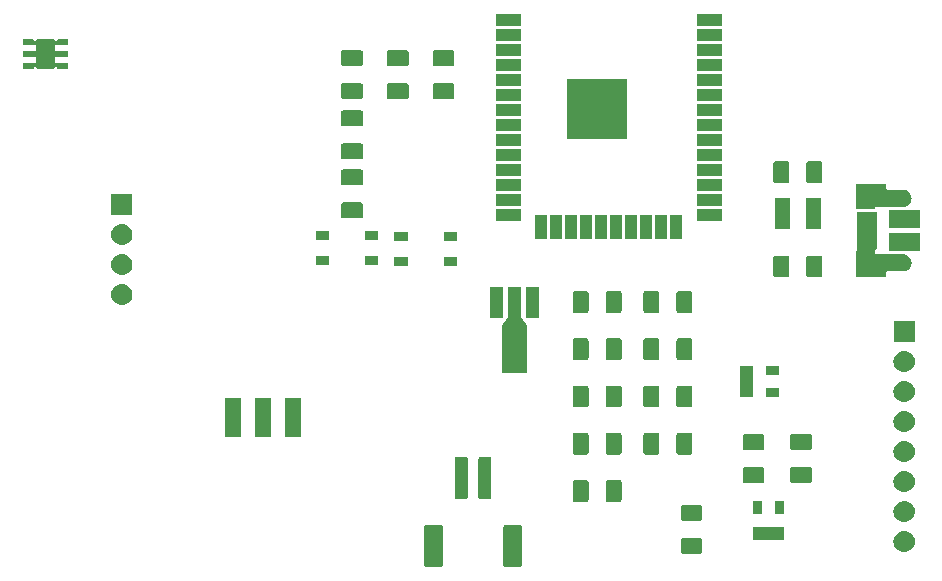
<source format=gbr>
G04 #@! TF.GenerationSoftware,KiCad,Pcbnew,(5.1.0)-1*
G04 #@! TF.CreationDate,2019-04-15T21:45:38-04:00*
G04 #@! TF.ProjectId,eWeatherStation,65576561-7468-4657-9253-746174696f6e,rev?*
G04 #@! TF.SameCoordinates,Original*
G04 #@! TF.FileFunction,Soldermask,Top*
G04 #@! TF.FilePolarity,Negative*
%FSLAX46Y46*%
G04 Gerber Fmt 4.6, Leading zero omitted, Abs format (unit mm)*
G04 Created by KiCad (PCBNEW (5.1.0)-1) date 2019-04-15 21:45:38*
%MOMM*%
%LPD*%
G04 APERTURE LIST*
%ADD10C,0.100000*%
G04 APERTURE END LIST*
D10*
G36*
X129856000Y-95891000D02*
G01*
X128484000Y-95891000D01*
X128484000Y-92609000D01*
X129856000Y-92609000D01*
X129856000Y-95891000D01*
G37*
G36*
X132396000Y-95891000D02*
G01*
X131024000Y-95891000D01*
X131024000Y-92609000D01*
X132396000Y-92609000D01*
X132396000Y-95891000D01*
G37*
G36*
X134936000Y-95891000D02*
G01*
X133564000Y-95891000D01*
X133564000Y-92609000D01*
X134936000Y-92609000D01*
X134936000Y-95891000D01*
G37*
G36*
X153502898Y-103403321D02*
G01*
X153537230Y-103413736D01*
X153568867Y-103430646D01*
X153596597Y-103453403D01*
X153619354Y-103481133D01*
X153636264Y-103512770D01*
X153646679Y-103547102D01*
X153650800Y-103588942D01*
X153650800Y-106711058D01*
X153646679Y-106752898D01*
X153636264Y-106787230D01*
X153619354Y-106818867D01*
X153596597Y-106846597D01*
X153568867Y-106869354D01*
X153537230Y-106886264D01*
X153502898Y-106896679D01*
X153461058Y-106900800D01*
X152238942Y-106900800D01*
X152197102Y-106896679D01*
X152162770Y-106886264D01*
X152131133Y-106869354D01*
X152103403Y-106846597D01*
X152080646Y-106818867D01*
X152063736Y-106787230D01*
X152053321Y-106752898D01*
X152049200Y-106711058D01*
X152049200Y-103588942D01*
X152053321Y-103547102D01*
X152063736Y-103512770D01*
X152080646Y-103481133D01*
X152103403Y-103453403D01*
X152131133Y-103430646D01*
X152162770Y-103413736D01*
X152197102Y-103403321D01*
X152238942Y-103399200D01*
X153461058Y-103399200D01*
X153502898Y-103403321D01*
X153502898Y-103403321D01*
G37*
G36*
X146802898Y-103403321D02*
G01*
X146837230Y-103413736D01*
X146868867Y-103430646D01*
X146896597Y-103453403D01*
X146919354Y-103481133D01*
X146936264Y-103512770D01*
X146946679Y-103547102D01*
X146950800Y-103588942D01*
X146950800Y-106711058D01*
X146946679Y-106752898D01*
X146936264Y-106787230D01*
X146919354Y-106818867D01*
X146896597Y-106846597D01*
X146868867Y-106869354D01*
X146837230Y-106886264D01*
X146802898Y-106896679D01*
X146761058Y-106900800D01*
X145538942Y-106900800D01*
X145497102Y-106896679D01*
X145462770Y-106886264D01*
X145431133Y-106869354D01*
X145403403Y-106846597D01*
X145380646Y-106818867D01*
X145363736Y-106787230D01*
X145353321Y-106752898D01*
X145349200Y-106711058D01*
X145349200Y-103588942D01*
X145353321Y-103547102D01*
X145363736Y-103512770D01*
X145380646Y-103481133D01*
X145403403Y-103453403D01*
X145431133Y-103430646D01*
X145462770Y-103413736D01*
X145497102Y-103403321D01*
X145538942Y-103399200D01*
X146761058Y-103399200D01*
X146802898Y-103403321D01*
X146802898Y-103403321D01*
G37*
G36*
X168768465Y-104478546D02*
G01*
X168804996Y-104489628D01*
X168838660Y-104507621D01*
X168868165Y-104531835D01*
X168892379Y-104561340D01*
X168910372Y-104595004D01*
X168921454Y-104631535D01*
X168925800Y-104675660D01*
X168925800Y-105624340D01*
X168921454Y-105668465D01*
X168910372Y-105704996D01*
X168892379Y-105738660D01*
X168868165Y-105768165D01*
X168838660Y-105792379D01*
X168804996Y-105810372D01*
X168768465Y-105821454D01*
X168724340Y-105825800D01*
X167275660Y-105825800D01*
X167231535Y-105821454D01*
X167195004Y-105810372D01*
X167161340Y-105792379D01*
X167131835Y-105768165D01*
X167107621Y-105738660D01*
X167089628Y-105704996D01*
X167078546Y-105668465D01*
X167074200Y-105624340D01*
X167074200Y-104675660D01*
X167078546Y-104631535D01*
X167089628Y-104595004D01*
X167107621Y-104561340D01*
X167131835Y-104531835D01*
X167161340Y-104507621D01*
X167195004Y-104489628D01*
X167231535Y-104478546D01*
X167275660Y-104474200D01*
X168724340Y-104474200D01*
X168768465Y-104478546D01*
X168768465Y-104478546D01*
G37*
G36*
X186088362Y-103883545D02*
G01*
X186176588Y-103892234D01*
X186346389Y-103943743D01*
X186346392Y-103943744D01*
X186502878Y-104027388D01*
X186640044Y-104139956D01*
X186752612Y-104277122D01*
X186836256Y-104433608D01*
X186836257Y-104433611D01*
X186887766Y-104603412D01*
X186905158Y-104780000D01*
X186887766Y-104956588D01*
X186836257Y-105126389D01*
X186836256Y-105126392D01*
X186752612Y-105282878D01*
X186640044Y-105420044D01*
X186502878Y-105532612D01*
X186346392Y-105616256D01*
X186346389Y-105616257D01*
X186176588Y-105667766D01*
X186088362Y-105676455D01*
X186044250Y-105680800D01*
X185955750Y-105680800D01*
X185911638Y-105676455D01*
X185823412Y-105667766D01*
X185653611Y-105616257D01*
X185653608Y-105616256D01*
X185497122Y-105532612D01*
X185359956Y-105420044D01*
X185247388Y-105282878D01*
X185163744Y-105126392D01*
X185163743Y-105126389D01*
X185112234Y-104956588D01*
X185094842Y-104780000D01*
X185112234Y-104603412D01*
X185163743Y-104433611D01*
X185163744Y-104433608D01*
X185247388Y-104277122D01*
X185359956Y-104139956D01*
X185497122Y-104027388D01*
X185653608Y-103943744D01*
X185653611Y-103943743D01*
X185823412Y-103892234D01*
X185911638Y-103883545D01*
X185955750Y-103879200D01*
X186044250Y-103879200D01*
X186088362Y-103883545D01*
X186088362Y-103883545D01*
G37*
G36*
X175825800Y-104680800D02*
G01*
X173174200Y-104680800D01*
X173174200Y-103519200D01*
X175825800Y-103519200D01*
X175825800Y-104680800D01*
X175825800Y-104680800D01*
G37*
G36*
X186088362Y-101343545D02*
G01*
X186176588Y-101352234D01*
X186308927Y-101392379D01*
X186346392Y-101403744D01*
X186502878Y-101487388D01*
X186640044Y-101599956D01*
X186752612Y-101737122D01*
X186836256Y-101893608D01*
X186836257Y-101893611D01*
X186887766Y-102063412D01*
X186905158Y-102240000D01*
X186887766Y-102416588D01*
X186868287Y-102480800D01*
X186836256Y-102586392D01*
X186752612Y-102742878D01*
X186640044Y-102880044D01*
X186502878Y-102992612D01*
X186346392Y-103076256D01*
X186346389Y-103076257D01*
X186176588Y-103127766D01*
X186088362Y-103136455D01*
X186044250Y-103140800D01*
X185955750Y-103140800D01*
X185911638Y-103136455D01*
X185823412Y-103127766D01*
X185653611Y-103076257D01*
X185653608Y-103076256D01*
X185497122Y-102992612D01*
X185359956Y-102880044D01*
X185247388Y-102742878D01*
X185163744Y-102586392D01*
X185131713Y-102480800D01*
X185112234Y-102416588D01*
X185094842Y-102240000D01*
X185112234Y-102063412D01*
X185163743Y-101893611D01*
X185163744Y-101893608D01*
X185247388Y-101737122D01*
X185359956Y-101599956D01*
X185497122Y-101487388D01*
X185653608Y-101403744D01*
X185691073Y-101392379D01*
X185823412Y-101352234D01*
X185911638Y-101343545D01*
X185955750Y-101339200D01*
X186044250Y-101339200D01*
X186088362Y-101343545D01*
X186088362Y-101343545D01*
G37*
G36*
X168768465Y-101678546D02*
G01*
X168804996Y-101689628D01*
X168838660Y-101707621D01*
X168868165Y-101731835D01*
X168892379Y-101761340D01*
X168910372Y-101795004D01*
X168921454Y-101831535D01*
X168925800Y-101875660D01*
X168925800Y-102824340D01*
X168921454Y-102868465D01*
X168910372Y-102904996D01*
X168892379Y-102938660D01*
X168868165Y-102968165D01*
X168838660Y-102992379D01*
X168804996Y-103010372D01*
X168768465Y-103021454D01*
X168724340Y-103025800D01*
X167275660Y-103025800D01*
X167231535Y-103021454D01*
X167195004Y-103010372D01*
X167161340Y-102992379D01*
X167131835Y-102968165D01*
X167107621Y-102938660D01*
X167089628Y-102904996D01*
X167078546Y-102868465D01*
X167074200Y-102824340D01*
X167074200Y-101875660D01*
X167078546Y-101831535D01*
X167089628Y-101795004D01*
X167107621Y-101761340D01*
X167131835Y-101731835D01*
X167161340Y-101707621D01*
X167195004Y-101689628D01*
X167231535Y-101678546D01*
X167275660Y-101674200D01*
X168724340Y-101674200D01*
X168768465Y-101678546D01*
X168768465Y-101678546D01*
G37*
G36*
X175825800Y-102480800D02*
G01*
X175074200Y-102480800D01*
X175074200Y-101319200D01*
X175825800Y-101319200D01*
X175825800Y-102480800D01*
X175825800Y-102480800D01*
G37*
G36*
X173925800Y-102480800D02*
G01*
X173174200Y-102480800D01*
X173174200Y-101319200D01*
X173925800Y-101319200D01*
X173925800Y-102480800D01*
X173925800Y-102480800D01*
G37*
G36*
X161918465Y-99578546D02*
G01*
X161954996Y-99589628D01*
X161988660Y-99607621D01*
X162018165Y-99631835D01*
X162042379Y-99661340D01*
X162060372Y-99695004D01*
X162071454Y-99731535D01*
X162075800Y-99775660D01*
X162075800Y-101224340D01*
X162071454Y-101268465D01*
X162060372Y-101304996D01*
X162042379Y-101338660D01*
X162018165Y-101368165D01*
X161988660Y-101392379D01*
X161954996Y-101410372D01*
X161918465Y-101421454D01*
X161874340Y-101425800D01*
X160925660Y-101425800D01*
X160881535Y-101421454D01*
X160845004Y-101410372D01*
X160811340Y-101392379D01*
X160781835Y-101368165D01*
X160757621Y-101338660D01*
X160739628Y-101304996D01*
X160728546Y-101268465D01*
X160724200Y-101224340D01*
X160724200Y-99775660D01*
X160728546Y-99731535D01*
X160739628Y-99695004D01*
X160757621Y-99661340D01*
X160781835Y-99631835D01*
X160811340Y-99607621D01*
X160845004Y-99589628D01*
X160881535Y-99578546D01*
X160925660Y-99574200D01*
X161874340Y-99574200D01*
X161918465Y-99578546D01*
X161918465Y-99578546D01*
G37*
G36*
X159118465Y-99578546D02*
G01*
X159154996Y-99589628D01*
X159188660Y-99607621D01*
X159218165Y-99631835D01*
X159242379Y-99661340D01*
X159260372Y-99695004D01*
X159271454Y-99731535D01*
X159275800Y-99775660D01*
X159275800Y-101224340D01*
X159271454Y-101268465D01*
X159260372Y-101304996D01*
X159242379Y-101338660D01*
X159218165Y-101368165D01*
X159188660Y-101392379D01*
X159154996Y-101410372D01*
X159118465Y-101421454D01*
X159074340Y-101425800D01*
X158125660Y-101425800D01*
X158081535Y-101421454D01*
X158045004Y-101410372D01*
X158011340Y-101392379D01*
X157981835Y-101368165D01*
X157957621Y-101338660D01*
X157939628Y-101304996D01*
X157928546Y-101268465D01*
X157924200Y-101224340D01*
X157924200Y-99775660D01*
X157928546Y-99731535D01*
X157939628Y-99695004D01*
X157957621Y-99661340D01*
X157981835Y-99631835D01*
X158011340Y-99607621D01*
X158045004Y-99589628D01*
X158081535Y-99578546D01*
X158125660Y-99574200D01*
X159074340Y-99574200D01*
X159118465Y-99578546D01*
X159118465Y-99578546D01*
G37*
G36*
X148879315Y-97603884D02*
G01*
X148919143Y-97615966D01*
X148955846Y-97635583D01*
X148988016Y-97661984D01*
X149014417Y-97694154D01*
X149034034Y-97730857D01*
X149046116Y-97770685D01*
X149050800Y-97818241D01*
X149050800Y-100981759D01*
X149046116Y-101029315D01*
X149034034Y-101069143D01*
X149014417Y-101105846D01*
X148988016Y-101138016D01*
X148955846Y-101164417D01*
X148919143Y-101184034D01*
X148879315Y-101196116D01*
X148831759Y-101200800D01*
X148168241Y-101200800D01*
X148120685Y-101196116D01*
X148080857Y-101184034D01*
X148044154Y-101164417D01*
X148011984Y-101138016D01*
X147985583Y-101105846D01*
X147965966Y-101069143D01*
X147953884Y-101029315D01*
X147949200Y-100981759D01*
X147949200Y-97818241D01*
X147953884Y-97770685D01*
X147965966Y-97730857D01*
X147985583Y-97694154D01*
X148011984Y-97661984D01*
X148044154Y-97635583D01*
X148080857Y-97615966D01*
X148120685Y-97603884D01*
X148168241Y-97599200D01*
X148831759Y-97599200D01*
X148879315Y-97603884D01*
X148879315Y-97603884D01*
G37*
G36*
X150879315Y-97603884D02*
G01*
X150919143Y-97615966D01*
X150955846Y-97635583D01*
X150988016Y-97661984D01*
X151014417Y-97694154D01*
X151034034Y-97730857D01*
X151046116Y-97770685D01*
X151050800Y-97818241D01*
X151050800Y-100981759D01*
X151046116Y-101029315D01*
X151034034Y-101069143D01*
X151014417Y-101105846D01*
X150988016Y-101138016D01*
X150955846Y-101164417D01*
X150919143Y-101184034D01*
X150879315Y-101196116D01*
X150831759Y-101200800D01*
X150168241Y-101200800D01*
X150120685Y-101196116D01*
X150080857Y-101184034D01*
X150044154Y-101164417D01*
X150011984Y-101138016D01*
X149985583Y-101105846D01*
X149965966Y-101069143D01*
X149953884Y-101029315D01*
X149949200Y-100981759D01*
X149949200Y-97818241D01*
X149953884Y-97770685D01*
X149965966Y-97730857D01*
X149985583Y-97694154D01*
X150011984Y-97661984D01*
X150044154Y-97635583D01*
X150080857Y-97615966D01*
X150120685Y-97603884D01*
X150168241Y-97599200D01*
X150831759Y-97599200D01*
X150879315Y-97603884D01*
X150879315Y-97603884D01*
G37*
G36*
X186088362Y-98803545D02*
G01*
X186176588Y-98812234D01*
X186346389Y-98863743D01*
X186346392Y-98863744D01*
X186502878Y-98947388D01*
X186640044Y-99059956D01*
X186752612Y-99197122D01*
X186836256Y-99353608D01*
X186836257Y-99353611D01*
X186887766Y-99523412D01*
X186905158Y-99700000D01*
X186887766Y-99876588D01*
X186836257Y-100046389D01*
X186836256Y-100046392D01*
X186752612Y-100202878D01*
X186640044Y-100340044D01*
X186502878Y-100452612D01*
X186346392Y-100536256D01*
X186346389Y-100536257D01*
X186176588Y-100587766D01*
X186088362Y-100596455D01*
X186044250Y-100600800D01*
X185955750Y-100600800D01*
X185911638Y-100596455D01*
X185823412Y-100587766D01*
X185653611Y-100536257D01*
X185653608Y-100536256D01*
X185497122Y-100452612D01*
X185359956Y-100340044D01*
X185247388Y-100202878D01*
X185163744Y-100046392D01*
X185163743Y-100046389D01*
X185112234Y-99876588D01*
X185094842Y-99700000D01*
X185112234Y-99523412D01*
X185163743Y-99353611D01*
X185163744Y-99353608D01*
X185247388Y-99197122D01*
X185359956Y-99059956D01*
X185497122Y-98947388D01*
X185653608Y-98863744D01*
X185653611Y-98863743D01*
X185823412Y-98812234D01*
X185911638Y-98803545D01*
X185955750Y-98799200D01*
X186044250Y-98799200D01*
X186088362Y-98803545D01*
X186088362Y-98803545D01*
G37*
G36*
X178018465Y-98478546D02*
G01*
X178054996Y-98489628D01*
X178088660Y-98507621D01*
X178118165Y-98531835D01*
X178142379Y-98561340D01*
X178160372Y-98595004D01*
X178171454Y-98631535D01*
X178175800Y-98675660D01*
X178175800Y-99624340D01*
X178171454Y-99668465D01*
X178160372Y-99704996D01*
X178142379Y-99738660D01*
X178118165Y-99768165D01*
X178088660Y-99792379D01*
X178054996Y-99810372D01*
X178018465Y-99821454D01*
X177974340Y-99825800D01*
X176525660Y-99825800D01*
X176481535Y-99821454D01*
X176445004Y-99810372D01*
X176411340Y-99792379D01*
X176381835Y-99768165D01*
X176357621Y-99738660D01*
X176339628Y-99704996D01*
X176328546Y-99668465D01*
X176324200Y-99624340D01*
X176324200Y-98675660D01*
X176328546Y-98631535D01*
X176339628Y-98595004D01*
X176357621Y-98561340D01*
X176381835Y-98531835D01*
X176411340Y-98507621D01*
X176445004Y-98489628D01*
X176481535Y-98478546D01*
X176525660Y-98474200D01*
X177974340Y-98474200D01*
X178018465Y-98478546D01*
X178018465Y-98478546D01*
G37*
G36*
X174018465Y-98478546D02*
G01*
X174054996Y-98489628D01*
X174088660Y-98507621D01*
X174118165Y-98531835D01*
X174142379Y-98561340D01*
X174160372Y-98595004D01*
X174171454Y-98631535D01*
X174175800Y-98675660D01*
X174175800Y-99624340D01*
X174171454Y-99668465D01*
X174160372Y-99704996D01*
X174142379Y-99738660D01*
X174118165Y-99768165D01*
X174088660Y-99792379D01*
X174054996Y-99810372D01*
X174018465Y-99821454D01*
X173974340Y-99825800D01*
X172525660Y-99825800D01*
X172481535Y-99821454D01*
X172445004Y-99810372D01*
X172411340Y-99792379D01*
X172381835Y-99768165D01*
X172357621Y-99738660D01*
X172339628Y-99704996D01*
X172328546Y-99668465D01*
X172324200Y-99624340D01*
X172324200Y-98675660D01*
X172328546Y-98631535D01*
X172339628Y-98595004D01*
X172357621Y-98561340D01*
X172381835Y-98531835D01*
X172411340Y-98507621D01*
X172445004Y-98489628D01*
X172481535Y-98478546D01*
X172525660Y-98474200D01*
X173974340Y-98474200D01*
X174018465Y-98478546D01*
X174018465Y-98478546D01*
G37*
G36*
X186088362Y-96263545D02*
G01*
X186176588Y-96272234D01*
X186346389Y-96323743D01*
X186346392Y-96323744D01*
X186502878Y-96407388D01*
X186640044Y-96519956D01*
X186752612Y-96657122D01*
X186836256Y-96813608D01*
X186836257Y-96813611D01*
X186887766Y-96983412D01*
X186905158Y-97160000D01*
X186887766Y-97336588D01*
X186836257Y-97506389D01*
X186836256Y-97506392D01*
X186752612Y-97662878D01*
X186640044Y-97800044D01*
X186502878Y-97912612D01*
X186346392Y-97996256D01*
X186346389Y-97996257D01*
X186176588Y-98047766D01*
X186088362Y-98056455D01*
X186044250Y-98060800D01*
X185955750Y-98060800D01*
X185911638Y-98056455D01*
X185823412Y-98047766D01*
X185653611Y-97996257D01*
X185653608Y-97996256D01*
X185497122Y-97912612D01*
X185359956Y-97800044D01*
X185247388Y-97662878D01*
X185163744Y-97506392D01*
X185163743Y-97506389D01*
X185112234Y-97336588D01*
X185094842Y-97160000D01*
X185112234Y-96983412D01*
X185163743Y-96813611D01*
X185163744Y-96813608D01*
X185247388Y-96657122D01*
X185359956Y-96519956D01*
X185497122Y-96407388D01*
X185653608Y-96323744D01*
X185653611Y-96323743D01*
X185823412Y-96272234D01*
X185911638Y-96263545D01*
X185955750Y-96259200D01*
X186044250Y-96259200D01*
X186088362Y-96263545D01*
X186088362Y-96263545D01*
G37*
G36*
X167918465Y-95578546D02*
G01*
X167954996Y-95589628D01*
X167988660Y-95607621D01*
X168018165Y-95631835D01*
X168042379Y-95661340D01*
X168060372Y-95695004D01*
X168071454Y-95731535D01*
X168075800Y-95775660D01*
X168075800Y-97224340D01*
X168071454Y-97268465D01*
X168060372Y-97304996D01*
X168042379Y-97338660D01*
X168018165Y-97368165D01*
X167988660Y-97392379D01*
X167954996Y-97410372D01*
X167918465Y-97421454D01*
X167874340Y-97425800D01*
X166925660Y-97425800D01*
X166881535Y-97421454D01*
X166845004Y-97410372D01*
X166811340Y-97392379D01*
X166781835Y-97368165D01*
X166757621Y-97338660D01*
X166739628Y-97304996D01*
X166728546Y-97268465D01*
X166724200Y-97224340D01*
X166724200Y-95775660D01*
X166728546Y-95731535D01*
X166739628Y-95695004D01*
X166757621Y-95661340D01*
X166781835Y-95631835D01*
X166811340Y-95607621D01*
X166845004Y-95589628D01*
X166881535Y-95578546D01*
X166925660Y-95574200D01*
X167874340Y-95574200D01*
X167918465Y-95578546D01*
X167918465Y-95578546D01*
G37*
G36*
X161918465Y-95578546D02*
G01*
X161954996Y-95589628D01*
X161988660Y-95607621D01*
X162018165Y-95631835D01*
X162042379Y-95661340D01*
X162060372Y-95695004D01*
X162071454Y-95731535D01*
X162075800Y-95775660D01*
X162075800Y-97224340D01*
X162071454Y-97268465D01*
X162060372Y-97304996D01*
X162042379Y-97338660D01*
X162018165Y-97368165D01*
X161988660Y-97392379D01*
X161954996Y-97410372D01*
X161918465Y-97421454D01*
X161874340Y-97425800D01*
X160925660Y-97425800D01*
X160881535Y-97421454D01*
X160845004Y-97410372D01*
X160811340Y-97392379D01*
X160781835Y-97368165D01*
X160757621Y-97338660D01*
X160739628Y-97304996D01*
X160728546Y-97268465D01*
X160724200Y-97224340D01*
X160724200Y-95775660D01*
X160728546Y-95731535D01*
X160739628Y-95695004D01*
X160757621Y-95661340D01*
X160781835Y-95631835D01*
X160811340Y-95607621D01*
X160845004Y-95589628D01*
X160881535Y-95578546D01*
X160925660Y-95574200D01*
X161874340Y-95574200D01*
X161918465Y-95578546D01*
X161918465Y-95578546D01*
G37*
G36*
X165118465Y-95578546D02*
G01*
X165154996Y-95589628D01*
X165188660Y-95607621D01*
X165218165Y-95631835D01*
X165242379Y-95661340D01*
X165260372Y-95695004D01*
X165271454Y-95731535D01*
X165275800Y-95775660D01*
X165275800Y-97224340D01*
X165271454Y-97268465D01*
X165260372Y-97304996D01*
X165242379Y-97338660D01*
X165218165Y-97368165D01*
X165188660Y-97392379D01*
X165154996Y-97410372D01*
X165118465Y-97421454D01*
X165074340Y-97425800D01*
X164125660Y-97425800D01*
X164081535Y-97421454D01*
X164045004Y-97410372D01*
X164011340Y-97392379D01*
X163981835Y-97368165D01*
X163957621Y-97338660D01*
X163939628Y-97304996D01*
X163928546Y-97268465D01*
X163924200Y-97224340D01*
X163924200Y-95775660D01*
X163928546Y-95731535D01*
X163939628Y-95695004D01*
X163957621Y-95661340D01*
X163981835Y-95631835D01*
X164011340Y-95607621D01*
X164045004Y-95589628D01*
X164081535Y-95578546D01*
X164125660Y-95574200D01*
X165074340Y-95574200D01*
X165118465Y-95578546D01*
X165118465Y-95578546D01*
G37*
G36*
X159118465Y-95578546D02*
G01*
X159154996Y-95589628D01*
X159188660Y-95607621D01*
X159218165Y-95631835D01*
X159242379Y-95661340D01*
X159260372Y-95695004D01*
X159271454Y-95731535D01*
X159275800Y-95775660D01*
X159275800Y-97224340D01*
X159271454Y-97268465D01*
X159260372Y-97304996D01*
X159242379Y-97338660D01*
X159218165Y-97368165D01*
X159188660Y-97392379D01*
X159154996Y-97410372D01*
X159118465Y-97421454D01*
X159074340Y-97425800D01*
X158125660Y-97425800D01*
X158081535Y-97421454D01*
X158045004Y-97410372D01*
X158011340Y-97392379D01*
X157981835Y-97368165D01*
X157957621Y-97338660D01*
X157939628Y-97304996D01*
X157928546Y-97268465D01*
X157924200Y-97224340D01*
X157924200Y-95775660D01*
X157928546Y-95731535D01*
X157939628Y-95695004D01*
X157957621Y-95661340D01*
X157981835Y-95631835D01*
X158011340Y-95607621D01*
X158045004Y-95589628D01*
X158081535Y-95578546D01*
X158125660Y-95574200D01*
X159074340Y-95574200D01*
X159118465Y-95578546D01*
X159118465Y-95578546D01*
G37*
G36*
X178018465Y-95678546D02*
G01*
X178054996Y-95689628D01*
X178088660Y-95707621D01*
X178118165Y-95731835D01*
X178142379Y-95761340D01*
X178160372Y-95795004D01*
X178171454Y-95831535D01*
X178175800Y-95875660D01*
X178175800Y-96824340D01*
X178171454Y-96868465D01*
X178160372Y-96904996D01*
X178142379Y-96938660D01*
X178118165Y-96968165D01*
X178088660Y-96992379D01*
X178054996Y-97010372D01*
X178018465Y-97021454D01*
X177974340Y-97025800D01*
X176525660Y-97025800D01*
X176481535Y-97021454D01*
X176445004Y-97010372D01*
X176411340Y-96992379D01*
X176381835Y-96968165D01*
X176357621Y-96938660D01*
X176339628Y-96904996D01*
X176328546Y-96868465D01*
X176324200Y-96824340D01*
X176324200Y-95875660D01*
X176328546Y-95831535D01*
X176339628Y-95795004D01*
X176357621Y-95761340D01*
X176381835Y-95731835D01*
X176411340Y-95707621D01*
X176445004Y-95689628D01*
X176481535Y-95678546D01*
X176525660Y-95674200D01*
X177974340Y-95674200D01*
X178018465Y-95678546D01*
X178018465Y-95678546D01*
G37*
G36*
X174018465Y-95678546D02*
G01*
X174054996Y-95689628D01*
X174088660Y-95707621D01*
X174118165Y-95731835D01*
X174142379Y-95761340D01*
X174160372Y-95795004D01*
X174171454Y-95831535D01*
X174175800Y-95875660D01*
X174175800Y-96824340D01*
X174171454Y-96868465D01*
X174160372Y-96904996D01*
X174142379Y-96938660D01*
X174118165Y-96968165D01*
X174088660Y-96992379D01*
X174054996Y-97010372D01*
X174018465Y-97021454D01*
X173974340Y-97025800D01*
X172525660Y-97025800D01*
X172481535Y-97021454D01*
X172445004Y-97010372D01*
X172411340Y-96992379D01*
X172381835Y-96968165D01*
X172357621Y-96938660D01*
X172339628Y-96904996D01*
X172328546Y-96868465D01*
X172324200Y-96824340D01*
X172324200Y-95875660D01*
X172328546Y-95831535D01*
X172339628Y-95795004D01*
X172357621Y-95761340D01*
X172381835Y-95731835D01*
X172411340Y-95707621D01*
X172445004Y-95689628D01*
X172481535Y-95678546D01*
X172525660Y-95674200D01*
X173974340Y-95674200D01*
X174018465Y-95678546D01*
X174018465Y-95678546D01*
G37*
G36*
X129855800Y-95890800D02*
G01*
X128484200Y-95890800D01*
X128484200Y-92609200D01*
X129855800Y-92609200D01*
X129855800Y-95890800D01*
X129855800Y-95890800D01*
G37*
G36*
X132395800Y-95890800D02*
G01*
X131024200Y-95890800D01*
X131024200Y-92609200D01*
X132395800Y-92609200D01*
X132395800Y-95890800D01*
X132395800Y-95890800D01*
G37*
G36*
X134935800Y-95890800D02*
G01*
X133564200Y-95890800D01*
X133564200Y-92609200D01*
X134935800Y-92609200D01*
X134935800Y-95890800D01*
X134935800Y-95890800D01*
G37*
G36*
X186088362Y-93723545D02*
G01*
X186176588Y-93732234D01*
X186346389Y-93783743D01*
X186346392Y-93783744D01*
X186502878Y-93867388D01*
X186640044Y-93979956D01*
X186752612Y-94117122D01*
X186836256Y-94273608D01*
X186836257Y-94273611D01*
X186887766Y-94443412D01*
X186905158Y-94620000D01*
X186887766Y-94796588D01*
X186836257Y-94966389D01*
X186836256Y-94966392D01*
X186752612Y-95122878D01*
X186640044Y-95260044D01*
X186502878Y-95372612D01*
X186346392Y-95456256D01*
X186346389Y-95456257D01*
X186176588Y-95507766D01*
X186088362Y-95516455D01*
X186044250Y-95520800D01*
X185955750Y-95520800D01*
X185911638Y-95516455D01*
X185823412Y-95507766D01*
X185653611Y-95456257D01*
X185653608Y-95456256D01*
X185497122Y-95372612D01*
X185359956Y-95260044D01*
X185247388Y-95122878D01*
X185163744Y-94966392D01*
X185163743Y-94966389D01*
X185112234Y-94796588D01*
X185094842Y-94620000D01*
X185112234Y-94443412D01*
X185163743Y-94273611D01*
X185163744Y-94273608D01*
X185247388Y-94117122D01*
X185359956Y-93979956D01*
X185497122Y-93867388D01*
X185653608Y-93783744D01*
X185653611Y-93783743D01*
X185823412Y-93732234D01*
X185911638Y-93723545D01*
X185955750Y-93719200D01*
X186044250Y-93719200D01*
X186088362Y-93723545D01*
X186088362Y-93723545D01*
G37*
G36*
X165118465Y-91578546D02*
G01*
X165154996Y-91589628D01*
X165188660Y-91607621D01*
X165218165Y-91631835D01*
X165242379Y-91661340D01*
X165260372Y-91695004D01*
X165271454Y-91731535D01*
X165275800Y-91775660D01*
X165275800Y-93224340D01*
X165271454Y-93268465D01*
X165260372Y-93304996D01*
X165242379Y-93338660D01*
X165218165Y-93368165D01*
X165188660Y-93392379D01*
X165154996Y-93410372D01*
X165118465Y-93421454D01*
X165074340Y-93425800D01*
X164125660Y-93425800D01*
X164081535Y-93421454D01*
X164045004Y-93410372D01*
X164011340Y-93392379D01*
X163981835Y-93368165D01*
X163957621Y-93338660D01*
X163939628Y-93304996D01*
X163928546Y-93268465D01*
X163924200Y-93224340D01*
X163924200Y-91775660D01*
X163928546Y-91731535D01*
X163939628Y-91695004D01*
X163957621Y-91661340D01*
X163981835Y-91631835D01*
X164011340Y-91607621D01*
X164045004Y-91589628D01*
X164081535Y-91578546D01*
X164125660Y-91574200D01*
X165074340Y-91574200D01*
X165118465Y-91578546D01*
X165118465Y-91578546D01*
G37*
G36*
X167918465Y-91578546D02*
G01*
X167954996Y-91589628D01*
X167988660Y-91607621D01*
X168018165Y-91631835D01*
X168042379Y-91661340D01*
X168060372Y-91695004D01*
X168071454Y-91731535D01*
X168075800Y-91775660D01*
X168075800Y-93224340D01*
X168071454Y-93268465D01*
X168060372Y-93304996D01*
X168042379Y-93338660D01*
X168018165Y-93368165D01*
X167988660Y-93392379D01*
X167954996Y-93410372D01*
X167918465Y-93421454D01*
X167874340Y-93425800D01*
X166925660Y-93425800D01*
X166881535Y-93421454D01*
X166845004Y-93410372D01*
X166811340Y-93392379D01*
X166781835Y-93368165D01*
X166757621Y-93338660D01*
X166739628Y-93304996D01*
X166728546Y-93268465D01*
X166724200Y-93224340D01*
X166724200Y-91775660D01*
X166728546Y-91731535D01*
X166739628Y-91695004D01*
X166757621Y-91661340D01*
X166781835Y-91631835D01*
X166811340Y-91607621D01*
X166845004Y-91589628D01*
X166881535Y-91578546D01*
X166925660Y-91574200D01*
X167874340Y-91574200D01*
X167918465Y-91578546D01*
X167918465Y-91578546D01*
G37*
G36*
X161918465Y-91578546D02*
G01*
X161954996Y-91589628D01*
X161988660Y-91607621D01*
X162018165Y-91631835D01*
X162042379Y-91661340D01*
X162060372Y-91695004D01*
X162071454Y-91731535D01*
X162075800Y-91775660D01*
X162075800Y-93224340D01*
X162071454Y-93268465D01*
X162060372Y-93304996D01*
X162042379Y-93338660D01*
X162018165Y-93368165D01*
X161988660Y-93392379D01*
X161954996Y-93410372D01*
X161918465Y-93421454D01*
X161874340Y-93425800D01*
X160925660Y-93425800D01*
X160881535Y-93421454D01*
X160845004Y-93410372D01*
X160811340Y-93392379D01*
X160781835Y-93368165D01*
X160757621Y-93338660D01*
X160739628Y-93304996D01*
X160728546Y-93268465D01*
X160724200Y-93224340D01*
X160724200Y-91775660D01*
X160728546Y-91731535D01*
X160739628Y-91695004D01*
X160757621Y-91661340D01*
X160781835Y-91631835D01*
X160811340Y-91607621D01*
X160845004Y-91589628D01*
X160881535Y-91578546D01*
X160925660Y-91574200D01*
X161874340Y-91574200D01*
X161918465Y-91578546D01*
X161918465Y-91578546D01*
G37*
G36*
X159118465Y-91578546D02*
G01*
X159154996Y-91589628D01*
X159188660Y-91607621D01*
X159218165Y-91631835D01*
X159242379Y-91661340D01*
X159260372Y-91695004D01*
X159271454Y-91731535D01*
X159275800Y-91775660D01*
X159275800Y-93224340D01*
X159271454Y-93268465D01*
X159260372Y-93304996D01*
X159242379Y-93338660D01*
X159218165Y-93368165D01*
X159188660Y-93392379D01*
X159154996Y-93410372D01*
X159118465Y-93421454D01*
X159074340Y-93425800D01*
X158125660Y-93425800D01*
X158081535Y-93421454D01*
X158045004Y-93410372D01*
X158011340Y-93392379D01*
X157981835Y-93368165D01*
X157957621Y-93338660D01*
X157939628Y-93304996D01*
X157928546Y-93268465D01*
X157924200Y-93224340D01*
X157924200Y-91775660D01*
X157928546Y-91731535D01*
X157939628Y-91695004D01*
X157957621Y-91661340D01*
X157981835Y-91631835D01*
X158011340Y-91607621D01*
X158045004Y-91589628D01*
X158081535Y-91578546D01*
X158125660Y-91574200D01*
X159074340Y-91574200D01*
X159118465Y-91578546D01*
X159118465Y-91578546D01*
G37*
G36*
X186088362Y-91183545D02*
G01*
X186176588Y-91192234D01*
X186346389Y-91243743D01*
X186346392Y-91243744D01*
X186502878Y-91327388D01*
X186640044Y-91439956D01*
X186752612Y-91577122D01*
X186836256Y-91733608D01*
X186836257Y-91733611D01*
X186887766Y-91903412D01*
X186905158Y-92080000D01*
X186887766Y-92256588D01*
X186836257Y-92426389D01*
X186836256Y-92426392D01*
X186752612Y-92582878D01*
X186640044Y-92720044D01*
X186502878Y-92832612D01*
X186346392Y-92916256D01*
X186346389Y-92916257D01*
X186176588Y-92967766D01*
X186088362Y-92976455D01*
X186044250Y-92980800D01*
X185955750Y-92980800D01*
X185911638Y-92976455D01*
X185823412Y-92967766D01*
X185653611Y-92916257D01*
X185653608Y-92916256D01*
X185497122Y-92832612D01*
X185359956Y-92720044D01*
X185247388Y-92582878D01*
X185163744Y-92426392D01*
X185163743Y-92426389D01*
X185112234Y-92256588D01*
X185094842Y-92080000D01*
X185112234Y-91903412D01*
X185163743Y-91733611D01*
X185163744Y-91733608D01*
X185247388Y-91577122D01*
X185359956Y-91439956D01*
X185497122Y-91327388D01*
X185653608Y-91243744D01*
X185653611Y-91243743D01*
X185823412Y-91192234D01*
X185911638Y-91183545D01*
X185955750Y-91179200D01*
X186044250Y-91179200D01*
X186088362Y-91183545D01*
X186088362Y-91183545D01*
G37*
G36*
X175430800Y-92575800D02*
G01*
X174269200Y-92575800D01*
X174269200Y-91824200D01*
X175430800Y-91824200D01*
X175430800Y-92575800D01*
X175430800Y-92575800D01*
G37*
G36*
X173230800Y-92575800D02*
G01*
X172069200Y-92575800D01*
X172069200Y-89924200D01*
X173230800Y-89924200D01*
X173230800Y-92575800D01*
X173230800Y-92575800D01*
G37*
G36*
X175430800Y-90675800D02*
G01*
X174269200Y-90675800D01*
X174269200Y-89924200D01*
X175430800Y-89924200D01*
X175430800Y-90675800D01*
X175430800Y-90675800D01*
G37*
G36*
X153550800Y-85701772D02*
G01*
X153553202Y-85726158D01*
X153560315Y-85749607D01*
X153571794Y-85771109D01*
X153720196Y-85993712D01*
X153728368Y-86003691D01*
X153734478Y-86015136D01*
X153973413Y-86373538D01*
X153988938Y-86392496D01*
X154007864Y-86408061D01*
X154029462Y-86419635D01*
X154050800Y-86426132D01*
X154050800Y-86451773D01*
X154053202Y-86476159D01*
X154060315Y-86499608D01*
X154071793Y-86521108D01*
X154108279Y-86575837D01*
X154106353Y-86576866D01*
X154087411Y-86592411D01*
X154071866Y-86611353D01*
X154060315Y-86632964D01*
X154053202Y-86656413D01*
X154050800Y-86680799D01*
X154050800Y-90530800D01*
X151949200Y-90530800D01*
X151949200Y-86680799D01*
X151946798Y-86656413D01*
X151939685Y-86632964D01*
X151928134Y-86611353D01*
X151912589Y-86592411D01*
X151893647Y-86576866D01*
X151891721Y-86575837D01*
X151928206Y-86521110D01*
X151939735Y-86499487D01*
X151946824Y-86476031D01*
X151949200Y-86451773D01*
X151949200Y-86426121D01*
X151970417Y-86419685D01*
X151992028Y-86408134D01*
X152010970Y-86392589D01*
X152026587Y-86373538D01*
X152265522Y-86015136D01*
X152271625Y-86003689D01*
X152279804Y-85993712D01*
X152428206Y-85771109D01*
X152439735Y-85749486D01*
X152446824Y-85726030D01*
X152449200Y-85701772D01*
X152449200Y-83219200D01*
X153550800Y-83219200D01*
X153550800Y-85701772D01*
X153550800Y-85701772D01*
G37*
G36*
X186088362Y-88643545D02*
G01*
X186176588Y-88652234D01*
X186346389Y-88703743D01*
X186346392Y-88703744D01*
X186502878Y-88787388D01*
X186640044Y-88899956D01*
X186752612Y-89037122D01*
X186836256Y-89193608D01*
X186836257Y-89193611D01*
X186887766Y-89363412D01*
X186905158Y-89540000D01*
X186887766Y-89716588D01*
X186836257Y-89886389D01*
X186836256Y-89886392D01*
X186752612Y-90042878D01*
X186640044Y-90180044D01*
X186502878Y-90292612D01*
X186346392Y-90376256D01*
X186346389Y-90376257D01*
X186176588Y-90427766D01*
X186088362Y-90436455D01*
X186044250Y-90440800D01*
X185955750Y-90440800D01*
X185911638Y-90436455D01*
X185823412Y-90427766D01*
X185653611Y-90376257D01*
X185653608Y-90376256D01*
X185497122Y-90292612D01*
X185359956Y-90180044D01*
X185247388Y-90042878D01*
X185163744Y-89886392D01*
X185163743Y-89886389D01*
X185112234Y-89716588D01*
X185094842Y-89540000D01*
X185112234Y-89363412D01*
X185163743Y-89193611D01*
X185163744Y-89193608D01*
X185247388Y-89037122D01*
X185359956Y-88899956D01*
X185497122Y-88787388D01*
X185653608Y-88703744D01*
X185653611Y-88703743D01*
X185823412Y-88652234D01*
X185911638Y-88643545D01*
X185955750Y-88639200D01*
X186044250Y-88639200D01*
X186088362Y-88643545D01*
X186088362Y-88643545D01*
G37*
G36*
X161918465Y-87578546D02*
G01*
X161954996Y-87589628D01*
X161988660Y-87607621D01*
X162018165Y-87631835D01*
X162042379Y-87661340D01*
X162060372Y-87695004D01*
X162071454Y-87731535D01*
X162075800Y-87775660D01*
X162075800Y-89224340D01*
X162071454Y-89268465D01*
X162060372Y-89304996D01*
X162042379Y-89338660D01*
X162018165Y-89368165D01*
X161988660Y-89392379D01*
X161954996Y-89410372D01*
X161918465Y-89421454D01*
X161874340Y-89425800D01*
X160925660Y-89425800D01*
X160881535Y-89421454D01*
X160845004Y-89410372D01*
X160811340Y-89392379D01*
X160781835Y-89368165D01*
X160757621Y-89338660D01*
X160739628Y-89304996D01*
X160728546Y-89268465D01*
X160724200Y-89224340D01*
X160724200Y-87775660D01*
X160728546Y-87731535D01*
X160739628Y-87695004D01*
X160757621Y-87661340D01*
X160781835Y-87631835D01*
X160811340Y-87607621D01*
X160845004Y-87589628D01*
X160881535Y-87578546D01*
X160925660Y-87574200D01*
X161874340Y-87574200D01*
X161918465Y-87578546D01*
X161918465Y-87578546D01*
G37*
G36*
X165118465Y-87578546D02*
G01*
X165154996Y-87589628D01*
X165188660Y-87607621D01*
X165218165Y-87631835D01*
X165242379Y-87661340D01*
X165260372Y-87695004D01*
X165271454Y-87731535D01*
X165275800Y-87775660D01*
X165275800Y-89224340D01*
X165271454Y-89268465D01*
X165260372Y-89304996D01*
X165242379Y-89338660D01*
X165218165Y-89368165D01*
X165188660Y-89392379D01*
X165154996Y-89410372D01*
X165118465Y-89421454D01*
X165074340Y-89425800D01*
X164125660Y-89425800D01*
X164081535Y-89421454D01*
X164045004Y-89410372D01*
X164011340Y-89392379D01*
X163981835Y-89368165D01*
X163957621Y-89338660D01*
X163939628Y-89304996D01*
X163928546Y-89268465D01*
X163924200Y-89224340D01*
X163924200Y-87775660D01*
X163928546Y-87731535D01*
X163939628Y-87695004D01*
X163957621Y-87661340D01*
X163981835Y-87631835D01*
X164011340Y-87607621D01*
X164045004Y-87589628D01*
X164081535Y-87578546D01*
X164125660Y-87574200D01*
X165074340Y-87574200D01*
X165118465Y-87578546D01*
X165118465Y-87578546D01*
G37*
G36*
X167918465Y-87578546D02*
G01*
X167954996Y-87589628D01*
X167988660Y-87607621D01*
X168018165Y-87631835D01*
X168042379Y-87661340D01*
X168060372Y-87695004D01*
X168071454Y-87731535D01*
X168075800Y-87775660D01*
X168075800Y-89224340D01*
X168071454Y-89268465D01*
X168060372Y-89304996D01*
X168042379Y-89338660D01*
X168018165Y-89368165D01*
X167988660Y-89392379D01*
X167954996Y-89410372D01*
X167918465Y-89421454D01*
X167874340Y-89425800D01*
X166925660Y-89425800D01*
X166881535Y-89421454D01*
X166845004Y-89410372D01*
X166811340Y-89392379D01*
X166781835Y-89368165D01*
X166757621Y-89338660D01*
X166739628Y-89304996D01*
X166728546Y-89268465D01*
X166724200Y-89224340D01*
X166724200Y-87775660D01*
X166728546Y-87731535D01*
X166739628Y-87695004D01*
X166757621Y-87661340D01*
X166781835Y-87631835D01*
X166811340Y-87607621D01*
X166845004Y-87589628D01*
X166881535Y-87578546D01*
X166925660Y-87574200D01*
X167874340Y-87574200D01*
X167918465Y-87578546D01*
X167918465Y-87578546D01*
G37*
G36*
X159118465Y-87578546D02*
G01*
X159154996Y-87589628D01*
X159188660Y-87607621D01*
X159218165Y-87631835D01*
X159242379Y-87661340D01*
X159260372Y-87695004D01*
X159271454Y-87731535D01*
X159275800Y-87775660D01*
X159275800Y-89224340D01*
X159271454Y-89268465D01*
X159260372Y-89304996D01*
X159242379Y-89338660D01*
X159218165Y-89368165D01*
X159188660Y-89392379D01*
X159154996Y-89410372D01*
X159118465Y-89421454D01*
X159074340Y-89425800D01*
X158125660Y-89425800D01*
X158081535Y-89421454D01*
X158045004Y-89410372D01*
X158011340Y-89392379D01*
X157981835Y-89368165D01*
X157957621Y-89338660D01*
X157939628Y-89304996D01*
X157928546Y-89268465D01*
X157924200Y-89224340D01*
X157924200Y-87775660D01*
X157928546Y-87731535D01*
X157939628Y-87695004D01*
X157957621Y-87661340D01*
X157981835Y-87631835D01*
X158011340Y-87607621D01*
X158045004Y-87589628D01*
X158081535Y-87578546D01*
X158125660Y-87574200D01*
X159074340Y-87574200D01*
X159118465Y-87578546D01*
X159118465Y-87578546D01*
G37*
G36*
X186900800Y-87900800D02*
G01*
X185099200Y-87900800D01*
X185099200Y-86099200D01*
X186900800Y-86099200D01*
X186900800Y-87900800D01*
X186900800Y-87900800D01*
G37*
G36*
X155050800Y-85820800D02*
G01*
X153949200Y-85820800D01*
X153949200Y-83219200D01*
X155050800Y-83219200D01*
X155050800Y-85820800D01*
X155050800Y-85820800D01*
G37*
G36*
X152050800Y-85820800D02*
G01*
X150949200Y-85820800D01*
X150949200Y-83219200D01*
X152050800Y-83219200D01*
X152050800Y-85820800D01*
X152050800Y-85820800D01*
G37*
G36*
X167918465Y-83578546D02*
G01*
X167954996Y-83589628D01*
X167988660Y-83607621D01*
X168018165Y-83631835D01*
X168042379Y-83661340D01*
X168060372Y-83695004D01*
X168071454Y-83731535D01*
X168075800Y-83775660D01*
X168075800Y-85224340D01*
X168071454Y-85268465D01*
X168060372Y-85304996D01*
X168042379Y-85338660D01*
X168018165Y-85368165D01*
X167988660Y-85392379D01*
X167954996Y-85410372D01*
X167918465Y-85421454D01*
X167874340Y-85425800D01*
X166925660Y-85425800D01*
X166881535Y-85421454D01*
X166845004Y-85410372D01*
X166811340Y-85392379D01*
X166781835Y-85368165D01*
X166757621Y-85338660D01*
X166739628Y-85304996D01*
X166728546Y-85268465D01*
X166724200Y-85224340D01*
X166724200Y-83775660D01*
X166728546Y-83731535D01*
X166739628Y-83695004D01*
X166757621Y-83661340D01*
X166781835Y-83631835D01*
X166811340Y-83607621D01*
X166845004Y-83589628D01*
X166881535Y-83578546D01*
X166925660Y-83574200D01*
X167874340Y-83574200D01*
X167918465Y-83578546D01*
X167918465Y-83578546D01*
G37*
G36*
X161918465Y-83578546D02*
G01*
X161954996Y-83589628D01*
X161988660Y-83607621D01*
X162018165Y-83631835D01*
X162042379Y-83661340D01*
X162060372Y-83695004D01*
X162071454Y-83731535D01*
X162075800Y-83775660D01*
X162075800Y-85224340D01*
X162071454Y-85268465D01*
X162060372Y-85304996D01*
X162042379Y-85338660D01*
X162018165Y-85368165D01*
X161988660Y-85392379D01*
X161954996Y-85410372D01*
X161918465Y-85421454D01*
X161874340Y-85425800D01*
X160925660Y-85425800D01*
X160881535Y-85421454D01*
X160845004Y-85410372D01*
X160811340Y-85392379D01*
X160781835Y-85368165D01*
X160757621Y-85338660D01*
X160739628Y-85304996D01*
X160728546Y-85268465D01*
X160724200Y-85224340D01*
X160724200Y-83775660D01*
X160728546Y-83731535D01*
X160739628Y-83695004D01*
X160757621Y-83661340D01*
X160781835Y-83631835D01*
X160811340Y-83607621D01*
X160845004Y-83589628D01*
X160881535Y-83578546D01*
X160925660Y-83574200D01*
X161874340Y-83574200D01*
X161918465Y-83578546D01*
X161918465Y-83578546D01*
G37*
G36*
X159118465Y-83578546D02*
G01*
X159154996Y-83589628D01*
X159188660Y-83607621D01*
X159218165Y-83631835D01*
X159242379Y-83661340D01*
X159260372Y-83695004D01*
X159271454Y-83731535D01*
X159275800Y-83775660D01*
X159275800Y-85224340D01*
X159271454Y-85268465D01*
X159260372Y-85304996D01*
X159242379Y-85338660D01*
X159218165Y-85368165D01*
X159188660Y-85392379D01*
X159154996Y-85410372D01*
X159118465Y-85421454D01*
X159074340Y-85425800D01*
X158125660Y-85425800D01*
X158081535Y-85421454D01*
X158045004Y-85410372D01*
X158011340Y-85392379D01*
X157981835Y-85368165D01*
X157957621Y-85338660D01*
X157939628Y-85304996D01*
X157928546Y-85268465D01*
X157924200Y-85224340D01*
X157924200Y-83775660D01*
X157928546Y-83731535D01*
X157939628Y-83695004D01*
X157957621Y-83661340D01*
X157981835Y-83631835D01*
X158011340Y-83607621D01*
X158045004Y-83589628D01*
X158081535Y-83578546D01*
X158125660Y-83574200D01*
X159074340Y-83574200D01*
X159118465Y-83578546D01*
X159118465Y-83578546D01*
G37*
G36*
X165118465Y-83578546D02*
G01*
X165154996Y-83589628D01*
X165188660Y-83607621D01*
X165218165Y-83631835D01*
X165242379Y-83661340D01*
X165260372Y-83695004D01*
X165271454Y-83731535D01*
X165275800Y-83775660D01*
X165275800Y-85224340D01*
X165271454Y-85268465D01*
X165260372Y-85304996D01*
X165242379Y-85338660D01*
X165218165Y-85368165D01*
X165188660Y-85392379D01*
X165154996Y-85410372D01*
X165118465Y-85421454D01*
X165074340Y-85425800D01*
X164125660Y-85425800D01*
X164081535Y-85421454D01*
X164045004Y-85410372D01*
X164011340Y-85392379D01*
X163981835Y-85368165D01*
X163957621Y-85338660D01*
X163939628Y-85304996D01*
X163928546Y-85268465D01*
X163924200Y-85224340D01*
X163924200Y-83775660D01*
X163928546Y-83731535D01*
X163939628Y-83695004D01*
X163957621Y-83661340D01*
X163981835Y-83631835D01*
X164011340Y-83607621D01*
X164045004Y-83589628D01*
X164081535Y-83578546D01*
X164125660Y-83574200D01*
X165074340Y-83574200D01*
X165118465Y-83578546D01*
X165118465Y-83578546D01*
G37*
G36*
X119838362Y-82973545D02*
G01*
X119926588Y-82982234D01*
X120096389Y-83033743D01*
X120096392Y-83033744D01*
X120252878Y-83117388D01*
X120390044Y-83229956D01*
X120502612Y-83367122D01*
X120586256Y-83523608D01*
X120586257Y-83523611D01*
X120637766Y-83693412D01*
X120655158Y-83870000D01*
X120637766Y-84046588D01*
X120586257Y-84216389D01*
X120586256Y-84216392D01*
X120502612Y-84372878D01*
X120390044Y-84510044D01*
X120252878Y-84622612D01*
X120096392Y-84706256D01*
X120096389Y-84706257D01*
X119926588Y-84757766D01*
X119838362Y-84766455D01*
X119794250Y-84770800D01*
X119705750Y-84770800D01*
X119661638Y-84766455D01*
X119573412Y-84757766D01*
X119403611Y-84706257D01*
X119403608Y-84706256D01*
X119247122Y-84622612D01*
X119109956Y-84510044D01*
X118997388Y-84372878D01*
X118913744Y-84216392D01*
X118913743Y-84216389D01*
X118862234Y-84046588D01*
X118844842Y-83870000D01*
X118862234Y-83693412D01*
X118913743Y-83523611D01*
X118913744Y-83523608D01*
X118997388Y-83367122D01*
X119109956Y-83229956D01*
X119247122Y-83117388D01*
X119403608Y-83033744D01*
X119403611Y-83033743D01*
X119573412Y-82982234D01*
X119661638Y-82973545D01*
X119705750Y-82969200D01*
X119794250Y-82969200D01*
X119838362Y-82973545D01*
X119838362Y-82973545D01*
G37*
G36*
X176118465Y-80578546D02*
G01*
X176154996Y-80589628D01*
X176188660Y-80607621D01*
X176218165Y-80631835D01*
X176242379Y-80661340D01*
X176260372Y-80695004D01*
X176271454Y-80731535D01*
X176275800Y-80775660D01*
X176275800Y-82224340D01*
X176271454Y-82268465D01*
X176260372Y-82304996D01*
X176242379Y-82338660D01*
X176218165Y-82368165D01*
X176188660Y-82392379D01*
X176154996Y-82410372D01*
X176118465Y-82421454D01*
X176074340Y-82425800D01*
X175125660Y-82425800D01*
X175081535Y-82421454D01*
X175045004Y-82410372D01*
X175011340Y-82392379D01*
X174981835Y-82368165D01*
X174957621Y-82338660D01*
X174939628Y-82304996D01*
X174928546Y-82268465D01*
X174924200Y-82224340D01*
X174924200Y-80775660D01*
X174928546Y-80731535D01*
X174939628Y-80695004D01*
X174957621Y-80661340D01*
X174981835Y-80631835D01*
X175011340Y-80607621D01*
X175045004Y-80589628D01*
X175081535Y-80578546D01*
X175125660Y-80574200D01*
X176074340Y-80574200D01*
X176118465Y-80578546D01*
X176118465Y-80578546D01*
G37*
G36*
X178918465Y-80578546D02*
G01*
X178954996Y-80589628D01*
X178988660Y-80607621D01*
X179018165Y-80631835D01*
X179042379Y-80661340D01*
X179060372Y-80695004D01*
X179071454Y-80731535D01*
X179075800Y-80775660D01*
X179075800Y-82224340D01*
X179071454Y-82268465D01*
X179060372Y-82304996D01*
X179042379Y-82338660D01*
X179018165Y-82368165D01*
X178988660Y-82392379D01*
X178954996Y-82410372D01*
X178918465Y-82421454D01*
X178874340Y-82425800D01*
X177925660Y-82425800D01*
X177881535Y-82421454D01*
X177845004Y-82410372D01*
X177811340Y-82392379D01*
X177781835Y-82368165D01*
X177757621Y-82338660D01*
X177739628Y-82304996D01*
X177728546Y-82268465D01*
X177724200Y-82224340D01*
X177724200Y-80775660D01*
X177728546Y-80731535D01*
X177739628Y-80695004D01*
X177757621Y-80661340D01*
X177781835Y-80631835D01*
X177811340Y-80607621D01*
X177845004Y-80589628D01*
X177881535Y-80578546D01*
X177925660Y-80574200D01*
X178874340Y-80574200D01*
X178918465Y-80578546D01*
X178918465Y-80578546D01*
G37*
G36*
X183725800Y-80010800D02*
G01*
X183675799Y-80010800D01*
X183651413Y-80013202D01*
X183627964Y-80020315D01*
X183606353Y-80031866D01*
X183587411Y-80047411D01*
X183571866Y-80066353D01*
X183560315Y-80087964D01*
X183553202Y-80111413D01*
X183550800Y-80135799D01*
X183550800Y-80321701D01*
X183553202Y-80346087D01*
X183560315Y-80369536D01*
X183571866Y-80391147D01*
X183587411Y-80410089D01*
X183606353Y-80425634D01*
X183627964Y-80437185D01*
X183651413Y-80444298D01*
X183675799Y-80446700D01*
X184513025Y-80446700D01*
X184527964Y-80454685D01*
X184551413Y-80461798D01*
X184575799Y-80464200D01*
X185954544Y-80464200D01*
X185963547Y-80466455D01*
X186047283Y-80474702D01*
X186184095Y-80516204D01*
X186310183Y-80583599D01*
X186420701Y-80674299D01*
X186511401Y-80784817D01*
X186578796Y-80910905D01*
X186620298Y-81047717D01*
X186634311Y-81190000D01*
X186620298Y-81332283D01*
X186578796Y-81469095D01*
X186511401Y-81595183D01*
X186420701Y-81705701D01*
X186310183Y-81796401D01*
X186184095Y-81863796D01*
X186047283Y-81905298D01*
X185963547Y-81913545D01*
X185952209Y-81915800D01*
X184575799Y-81915800D01*
X184551413Y-81918202D01*
X184527964Y-81925315D01*
X184506353Y-81936866D01*
X184487411Y-81952411D01*
X184471866Y-81971353D01*
X184460315Y-81992964D01*
X184453202Y-82016413D01*
X184450800Y-82040799D01*
X184450800Y-82373300D01*
X183577621Y-82373300D01*
X183572036Y-82370315D01*
X183548587Y-82363202D01*
X183524201Y-82360800D01*
X181949200Y-82360800D01*
X181949200Y-81053592D01*
X181943819Y-81017312D01*
X181937893Y-80997777D01*
X181926293Y-80880000D01*
X181937893Y-80762223D01*
X181943819Y-80742688D01*
X181949200Y-80706408D01*
X181949200Y-80208441D01*
X181953134Y-80203647D01*
X181964685Y-80182036D01*
X181971798Y-80158587D01*
X181974200Y-80134201D01*
X181974200Y-76909200D01*
X183725800Y-76909200D01*
X183725800Y-80010800D01*
X183725800Y-80010800D01*
G37*
G36*
X119838362Y-80433545D02*
G01*
X119926588Y-80442234D01*
X120096389Y-80493743D01*
X120096392Y-80493744D01*
X120252878Y-80577388D01*
X120390044Y-80689956D01*
X120502612Y-80827122D01*
X120586256Y-80983608D01*
X120586257Y-80983611D01*
X120637766Y-81153412D01*
X120655158Y-81330000D01*
X120637766Y-81506588D01*
X120586257Y-81676389D01*
X120586256Y-81676392D01*
X120502612Y-81832878D01*
X120390044Y-81970044D01*
X120252878Y-82082612D01*
X120096392Y-82166256D01*
X120096389Y-82166257D01*
X119926588Y-82217766D01*
X119838362Y-82226455D01*
X119794250Y-82230800D01*
X119705750Y-82230800D01*
X119661638Y-82226455D01*
X119573412Y-82217766D01*
X119403611Y-82166257D01*
X119403608Y-82166256D01*
X119247122Y-82082612D01*
X119109956Y-81970044D01*
X118997388Y-81832878D01*
X118913744Y-81676392D01*
X118913743Y-81676389D01*
X118862234Y-81506588D01*
X118844842Y-81330000D01*
X118862234Y-81153412D01*
X118913743Y-80983611D01*
X118913744Y-80983608D01*
X118997388Y-80827122D01*
X119109956Y-80689956D01*
X119247122Y-80577388D01*
X119403608Y-80493744D01*
X119403611Y-80493743D01*
X119573412Y-80442234D01*
X119661638Y-80433545D01*
X119705750Y-80429200D01*
X119794250Y-80429200D01*
X119838362Y-80433545D01*
X119838362Y-80433545D01*
G37*
G36*
X148150800Y-81450800D02*
G01*
X146999200Y-81450800D01*
X146999200Y-80699200D01*
X148150800Y-80699200D01*
X148150800Y-81450800D01*
X148150800Y-81450800D01*
G37*
G36*
X144000800Y-81450800D02*
G01*
X142849200Y-81450800D01*
X142849200Y-80699200D01*
X144000800Y-80699200D01*
X144000800Y-81450800D01*
X144000800Y-81450800D01*
G37*
G36*
X137325800Y-81375800D02*
G01*
X136174200Y-81375800D01*
X136174200Y-80624200D01*
X137325800Y-80624200D01*
X137325800Y-81375800D01*
X137325800Y-81375800D01*
G37*
G36*
X141475800Y-81375800D02*
G01*
X140324200Y-81375800D01*
X140324200Y-80624200D01*
X141475800Y-80624200D01*
X141475800Y-81375800D01*
X141475800Y-81375800D01*
G37*
G36*
X187300800Y-80185800D02*
G01*
X184699200Y-80185800D01*
X184699200Y-78654200D01*
X187300800Y-78654200D01*
X187300800Y-80185800D01*
X187300800Y-80185800D01*
G37*
G36*
X119838362Y-77893545D02*
G01*
X119926588Y-77902234D01*
X120096389Y-77953743D01*
X120096392Y-77953744D01*
X120252878Y-78037388D01*
X120390044Y-78149956D01*
X120502612Y-78287122D01*
X120586256Y-78443608D01*
X120586257Y-78443611D01*
X120637766Y-78613412D01*
X120655158Y-78790000D01*
X120637766Y-78966588D01*
X120586257Y-79136389D01*
X120586256Y-79136392D01*
X120502612Y-79292878D01*
X120390044Y-79430044D01*
X120252878Y-79542612D01*
X120096392Y-79626256D01*
X120096389Y-79626257D01*
X119926588Y-79677766D01*
X119838362Y-79686455D01*
X119794250Y-79690800D01*
X119705750Y-79690800D01*
X119661638Y-79686455D01*
X119573412Y-79677766D01*
X119403611Y-79626257D01*
X119403608Y-79626256D01*
X119247122Y-79542612D01*
X119109956Y-79430044D01*
X118997388Y-79292878D01*
X118913744Y-79136392D01*
X118913743Y-79136389D01*
X118862234Y-78966588D01*
X118844842Y-78790000D01*
X118862234Y-78613412D01*
X118913743Y-78443611D01*
X118913744Y-78443608D01*
X118997388Y-78287122D01*
X119109956Y-78149956D01*
X119247122Y-78037388D01*
X119403608Y-77953744D01*
X119403611Y-77953743D01*
X119573412Y-77902234D01*
X119661638Y-77893545D01*
X119705750Y-77889200D01*
X119794250Y-77889200D01*
X119838362Y-77893545D01*
X119838362Y-77893545D01*
G37*
G36*
X144000800Y-79300800D02*
G01*
X142849200Y-79300800D01*
X142849200Y-78549200D01*
X144000800Y-78549200D01*
X144000800Y-79300800D01*
X144000800Y-79300800D01*
G37*
G36*
X148150800Y-79300800D02*
G01*
X146999200Y-79300800D01*
X146999200Y-78549200D01*
X148150800Y-78549200D01*
X148150800Y-79300800D01*
X148150800Y-79300800D01*
G37*
G36*
X141475800Y-79225800D02*
G01*
X140324200Y-79225800D01*
X140324200Y-78474200D01*
X141475800Y-78474200D01*
X141475800Y-79225800D01*
X141475800Y-79225800D01*
G37*
G36*
X137325800Y-79225800D02*
G01*
X136174200Y-79225800D01*
X136174200Y-78474200D01*
X137325800Y-78474200D01*
X137325800Y-79225800D01*
X137325800Y-79225800D01*
G37*
G36*
X155785800Y-79205800D02*
G01*
X154784200Y-79205800D01*
X154784200Y-77104200D01*
X155785800Y-77104200D01*
X155785800Y-79205800D01*
X155785800Y-79205800D01*
G37*
G36*
X157055800Y-79205800D02*
G01*
X156054200Y-79205800D01*
X156054200Y-77104200D01*
X157055800Y-77104200D01*
X157055800Y-79205800D01*
X157055800Y-79205800D01*
G37*
G36*
X158325800Y-79205800D02*
G01*
X157324200Y-79205800D01*
X157324200Y-77104200D01*
X158325800Y-77104200D01*
X158325800Y-79205800D01*
X158325800Y-79205800D01*
G37*
G36*
X162135800Y-79205800D02*
G01*
X161134200Y-79205800D01*
X161134200Y-77104200D01*
X162135800Y-77104200D01*
X162135800Y-79205800D01*
X162135800Y-79205800D01*
G37*
G36*
X159595800Y-79205800D02*
G01*
X158594200Y-79205800D01*
X158594200Y-77104200D01*
X159595800Y-77104200D01*
X159595800Y-79205800D01*
X159595800Y-79205800D01*
G37*
G36*
X163405800Y-79205800D02*
G01*
X162404200Y-79205800D01*
X162404200Y-77104200D01*
X163405800Y-77104200D01*
X163405800Y-79205800D01*
X163405800Y-79205800D01*
G37*
G36*
X160865800Y-79205800D02*
G01*
X159864200Y-79205800D01*
X159864200Y-77104200D01*
X160865800Y-77104200D01*
X160865800Y-79205800D01*
X160865800Y-79205800D01*
G37*
G36*
X167215800Y-79205800D02*
G01*
X166214200Y-79205800D01*
X166214200Y-77104200D01*
X167215800Y-77104200D01*
X167215800Y-79205800D01*
X167215800Y-79205800D01*
G37*
G36*
X164675800Y-79205800D02*
G01*
X163674200Y-79205800D01*
X163674200Y-77104200D01*
X164675800Y-77104200D01*
X164675800Y-79205800D01*
X164675800Y-79205800D01*
G37*
G36*
X165945800Y-79205800D02*
G01*
X164944200Y-79205800D01*
X164944200Y-77104200D01*
X165945800Y-77104200D01*
X165945800Y-79205800D01*
X165945800Y-79205800D01*
G37*
G36*
X178970800Y-78325800D02*
G01*
X177649200Y-78325800D01*
X177649200Y-75674200D01*
X178970800Y-75674200D01*
X178970800Y-78325800D01*
X178970800Y-78325800D01*
G37*
G36*
X176350800Y-78325800D02*
G01*
X175029200Y-78325800D01*
X175029200Y-75674200D01*
X176350800Y-75674200D01*
X176350800Y-78325800D01*
X176350800Y-78325800D01*
G37*
G36*
X187300800Y-78265800D02*
G01*
X184699200Y-78265800D01*
X184699200Y-76734200D01*
X187300800Y-76734200D01*
X187300800Y-78265800D01*
X187300800Y-78265800D01*
G37*
G36*
X170550800Y-77655800D02*
G01*
X168449200Y-77655800D01*
X168449200Y-76654200D01*
X170550800Y-76654200D01*
X170550800Y-77655800D01*
X170550800Y-77655800D01*
G37*
G36*
X153550800Y-77655800D02*
G01*
X151449200Y-77655800D01*
X151449200Y-76654200D01*
X153550800Y-76654200D01*
X153550800Y-77655800D01*
X153550800Y-77655800D01*
G37*
G36*
X140018465Y-76078546D02*
G01*
X140054996Y-76089628D01*
X140088660Y-76107621D01*
X140118165Y-76131835D01*
X140142379Y-76161340D01*
X140160372Y-76195004D01*
X140171454Y-76231535D01*
X140175800Y-76275660D01*
X140175800Y-77224340D01*
X140171454Y-77268465D01*
X140160372Y-77304996D01*
X140142379Y-77338660D01*
X140118165Y-77368165D01*
X140088660Y-77392379D01*
X140054996Y-77410372D01*
X140018465Y-77421454D01*
X139974340Y-77425800D01*
X138525660Y-77425800D01*
X138481535Y-77421454D01*
X138445004Y-77410372D01*
X138411340Y-77392379D01*
X138381835Y-77368165D01*
X138357621Y-77338660D01*
X138339628Y-77304996D01*
X138328546Y-77268465D01*
X138324200Y-77224340D01*
X138324200Y-76275660D01*
X138328546Y-76231535D01*
X138339628Y-76195004D01*
X138357621Y-76161340D01*
X138381835Y-76131835D01*
X138411340Y-76107621D01*
X138445004Y-76089628D01*
X138481535Y-76078546D01*
X138525660Y-76074200D01*
X139974340Y-76074200D01*
X140018465Y-76078546D01*
X140018465Y-76078546D01*
G37*
G36*
X120650800Y-77150800D02*
G01*
X118849200Y-77150800D01*
X118849200Y-75349200D01*
X120650800Y-75349200D01*
X120650800Y-77150800D01*
X120650800Y-77150800D01*
G37*
G36*
X184450800Y-74859201D02*
G01*
X184453202Y-74883587D01*
X184460315Y-74907036D01*
X184471866Y-74928647D01*
X184487411Y-74947589D01*
X184506353Y-74963134D01*
X184527964Y-74974685D01*
X184551413Y-74981798D01*
X184575799Y-74984200D01*
X185904171Y-74984200D01*
X185906353Y-74985991D01*
X185927964Y-74997542D01*
X185963547Y-75006455D01*
X186047283Y-75014702D01*
X186184095Y-75056204D01*
X186310183Y-75123599D01*
X186420701Y-75214299D01*
X186511401Y-75324817D01*
X186578796Y-75450905D01*
X186620298Y-75587717D01*
X186634311Y-75730000D01*
X186620298Y-75872283D01*
X186578796Y-76009095D01*
X186511401Y-76135183D01*
X186420701Y-76245701D01*
X186310183Y-76336401D01*
X186184095Y-76403796D01*
X186047283Y-76445298D01*
X185940650Y-76455800D01*
X185519350Y-76455800D01*
X185412717Y-76445298D01*
X185399153Y-76441183D01*
X185375119Y-76436402D01*
X185362867Y-76435800D01*
X183655799Y-76435800D01*
X183631413Y-76438202D01*
X183607964Y-76445315D01*
X183586353Y-76456866D01*
X183567411Y-76472411D01*
X183551866Y-76491353D01*
X183540315Y-76512964D01*
X183533202Y-76536413D01*
X183530800Y-76560799D01*
X183530800Y-76610800D01*
X183136557Y-76610800D01*
X183112171Y-76613202D01*
X183100293Y-76616177D01*
X183047777Y-76632107D01*
X182959515Y-76640800D01*
X182500485Y-76640800D01*
X182412223Y-76632107D01*
X182359717Y-76616180D01*
X182335695Y-76611402D01*
X182323443Y-76610800D01*
X181929200Y-76610800D01*
X181929200Y-76075649D01*
X181928599Y-76063409D01*
X181926293Y-76040000D01*
X181928599Y-76016591D01*
X181929200Y-76004351D01*
X181929200Y-74509200D01*
X183524201Y-74509200D01*
X183548587Y-74506798D01*
X183572036Y-74499685D01*
X183577621Y-74496700D01*
X184450800Y-74496700D01*
X184450800Y-74859201D01*
X184450800Y-74859201D01*
G37*
G36*
X153550800Y-76385800D02*
G01*
X151449200Y-76385800D01*
X151449200Y-75384200D01*
X153550800Y-75384200D01*
X153550800Y-76385800D01*
X153550800Y-76385800D01*
G37*
G36*
X170550800Y-76385800D02*
G01*
X168449200Y-76385800D01*
X168449200Y-75384200D01*
X170550800Y-75384200D01*
X170550800Y-76385800D01*
X170550800Y-76385800D01*
G37*
G36*
X170550800Y-75115800D02*
G01*
X168449200Y-75115800D01*
X168449200Y-74114200D01*
X170550800Y-74114200D01*
X170550800Y-75115800D01*
X170550800Y-75115800D01*
G37*
G36*
X153550800Y-75115800D02*
G01*
X151449200Y-75115800D01*
X151449200Y-74114200D01*
X153550800Y-74114200D01*
X153550800Y-75115800D01*
X153550800Y-75115800D01*
G37*
G36*
X140018465Y-73278546D02*
G01*
X140054996Y-73289628D01*
X140088660Y-73307621D01*
X140118165Y-73331835D01*
X140142379Y-73361340D01*
X140160372Y-73395004D01*
X140171454Y-73431535D01*
X140175800Y-73475660D01*
X140175800Y-74424340D01*
X140171454Y-74468465D01*
X140160372Y-74504996D01*
X140142379Y-74538660D01*
X140118165Y-74568165D01*
X140088660Y-74592379D01*
X140054996Y-74610372D01*
X140018465Y-74621454D01*
X139974340Y-74625800D01*
X138525660Y-74625800D01*
X138481535Y-74621454D01*
X138445004Y-74610372D01*
X138411340Y-74592379D01*
X138381835Y-74568165D01*
X138357621Y-74538660D01*
X138339628Y-74504996D01*
X138328546Y-74468465D01*
X138324200Y-74424340D01*
X138324200Y-73475660D01*
X138328546Y-73431535D01*
X138339628Y-73395004D01*
X138357621Y-73361340D01*
X138381835Y-73331835D01*
X138411340Y-73307621D01*
X138445004Y-73289628D01*
X138481535Y-73278546D01*
X138525660Y-73274200D01*
X139974340Y-73274200D01*
X140018465Y-73278546D01*
X140018465Y-73278546D01*
G37*
G36*
X176118465Y-72578546D02*
G01*
X176154996Y-72589628D01*
X176188660Y-72607621D01*
X176218165Y-72631835D01*
X176242379Y-72661340D01*
X176260372Y-72695004D01*
X176271454Y-72731535D01*
X176275800Y-72775660D01*
X176275800Y-74224340D01*
X176271454Y-74268465D01*
X176260372Y-74304996D01*
X176242379Y-74338660D01*
X176218165Y-74368165D01*
X176188660Y-74392379D01*
X176154996Y-74410372D01*
X176118465Y-74421454D01*
X176074340Y-74425800D01*
X175125660Y-74425800D01*
X175081535Y-74421454D01*
X175045004Y-74410372D01*
X175011340Y-74392379D01*
X174981835Y-74368165D01*
X174957621Y-74338660D01*
X174939628Y-74304996D01*
X174928546Y-74268465D01*
X174924200Y-74224340D01*
X174924200Y-72775660D01*
X174928546Y-72731535D01*
X174939628Y-72695004D01*
X174957621Y-72661340D01*
X174981835Y-72631835D01*
X175011340Y-72607621D01*
X175045004Y-72589628D01*
X175081535Y-72578546D01*
X175125660Y-72574200D01*
X176074340Y-72574200D01*
X176118465Y-72578546D01*
X176118465Y-72578546D01*
G37*
G36*
X178918465Y-72578546D02*
G01*
X178954996Y-72589628D01*
X178988660Y-72607621D01*
X179018165Y-72631835D01*
X179042379Y-72661340D01*
X179060372Y-72695004D01*
X179071454Y-72731535D01*
X179075800Y-72775660D01*
X179075800Y-74224340D01*
X179071454Y-74268465D01*
X179060372Y-74304996D01*
X179042379Y-74338660D01*
X179018165Y-74368165D01*
X178988660Y-74392379D01*
X178954996Y-74410372D01*
X178918465Y-74421454D01*
X178874340Y-74425800D01*
X177925660Y-74425800D01*
X177881535Y-74421454D01*
X177845004Y-74410372D01*
X177811340Y-74392379D01*
X177781835Y-74368165D01*
X177757621Y-74338660D01*
X177739628Y-74304996D01*
X177728546Y-74268465D01*
X177724200Y-74224340D01*
X177724200Y-72775660D01*
X177728546Y-72731535D01*
X177739628Y-72695004D01*
X177757621Y-72661340D01*
X177781835Y-72631835D01*
X177811340Y-72607621D01*
X177845004Y-72589628D01*
X177881535Y-72578546D01*
X177925660Y-72574200D01*
X178874340Y-72574200D01*
X178918465Y-72578546D01*
X178918465Y-72578546D01*
G37*
G36*
X153550800Y-73845800D02*
G01*
X151449200Y-73845800D01*
X151449200Y-72844200D01*
X153550800Y-72844200D01*
X153550800Y-73845800D01*
X153550800Y-73845800D01*
G37*
G36*
X170550800Y-73845800D02*
G01*
X168449200Y-73845800D01*
X168449200Y-72844200D01*
X170550800Y-72844200D01*
X170550800Y-73845800D01*
X170550800Y-73845800D01*
G37*
G36*
X170550800Y-72575800D02*
G01*
X168449200Y-72575800D01*
X168449200Y-71574200D01*
X170550800Y-71574200D01*
X170550800Y-72575800D01*
X170550800Y-72575800D01*
G37*
G36*
X153550800Y-72575800D02*
G01*
X151449200Y-72575800D01*
X151449200Y-71574200D01*
X153550800Y-71574200D01*
X153550800Y-72575800D01*
X153550800Y-72575800D01*
G37*
G36*
X140018465Y-71078546D02*
G01*
X140054996Y-71089628D01*
X140088660Y-71107621D01*
X140118165Y-71131835D01*
X140142379Y-71161340D01*
X140160372Y-71195004D01*
X140171454Y-71231535D01*
X140175800Y-71275660D01*
X140175800Y-72224340D01*
X140171454Y-72268465D01*
X140160372Y-72304996D01*
X140142379Y-72338660D01*
X140118165Y-72368165D01*
X140088660Y-72392379D01*
X140054996Y-72410372D01*
X140018465Y-72421454D01*
X139974340Y-72425800D01*
X138525660Y-72425800D01*
X138481535Y-72421454D01*
X138445004Y-72410372D01*
X138411340Y-72392379D01*
X138381835Y-72368165D01*
X138357621Y-72338660D01*
X138339628Y-72304996D01*
X138328546Y-72268465D01*
X138324200Y-72224340D01*
X138324200Y-71275660D01*
X138328546Y-71231535D01*
X138339628Y-71195004D01*
X138357621Y-71161340D01*
X138381835Y-71131835D01*
X138411340Y-71107621D01*
X138445004Y-71089628D01*
X138481535Y-71078546D01*
X138525660Y-71074200D01*
X139974340Y-71074200D01*
X140018465Y-71078546D01*
X140018465Y-71078546D01*
G37*
G36*
X170550800Y-71305800D02*
G01*
X168449200Y-71305800D01*
X168449200Y-70304200D01*
X170550800Y-70304200D01*
X170550800Y-71305800D01*
X170550800Y-71305800D01*
G37*
G36*
X153550800Y-71305800D02*
G01*
X151449200Y-71305800D01*
X151449200Y-70304200D01*
X153550800Y-70304200D01*
X153550800Y-71305800D01*
X153550800Y-71305800D01*
G37*
G36*
X162550800Y-70695800D02*
G01*
X157449200Y-70695800D01*
X157449200Y-65594200D01*
X162550800Y-65594200D01*
X162550800Y-70695800D01*
X162550800Y-70695800D01*
G37*
G36*
X153550800Y-70035800D02*
G01*
X151449200Y-70035800D01*
X151449200Y-69034200D01*
X153550800Y-69034200D01*
X153550800Y-70035800D01*
X153550800Y-70035800D01*
G37*
G36*
X170550800Y-70035800D02*
G01*
X168449200Y-70035800D01*
X168449200Y-69034200D01*
X170550800Y-69034200D01*
X170550800Y-70035800D01*
X170550800Y-70035800D01*
G37*
G36*
X140018465Y-68278546D02*
G01*
X140054996Y-68289628D01*
X140088660Y-68307621D01*
X140118165Y-68331835D01*
X140142379Y-68361340D01*
X140160372Y-68395004D01*
X140171454Y-68431535D01*
X140175800Y-68475660D01*
X140175800Y-69424340D01*
X140171454Y-69468465D01*
X140160372Y-69504996D01*
X140142379Y-69538660D01*
X140118165Y-69568165D01*
X140088660Y-69592379D01*
X140054996Y-69610372D01*
X140018465Y-69621454D01*
X139974340Y-69625800D01*
X138525660Y-69625800D01*
X138481535Y-69621454D01*
X138445004Y-69610372D01*
X138411340Y-69592379D01*
X138381835Y-69568165D01*
X138357621Y-69538660D01*
X138339628Y-69504996D01*
X138328546Y-69468465D01*
X138324200Y-69424340D01*
X138324200Y-68475660D01*
X138328546Y-68431535D01*
X138339628Y-68395004D01*
X138357621Y-68361340D01*
X138381835Y-68331835D01*
X138411340Y-68307621D01*
X138445004Y-68289628D01*
X138481535Y-68278546D01*
X138525660Y-68274200D01*
X139974340Y-68274200D01*
X140018465Y-68278546D01*
X140018465Y-68278546D01*
G37*
G36*
X170550800Y-68765800D02*
G01*
X168449200Y-68765800D01*
X168449200Y-67764200D01*
X170550800Y-67764200D01*
X170550800Y-68765800D01*
X170550800Y-68765800D01*
G37*
G36*
X153550800Y-68765800D02*
G01*
X151449200Y-68765800D01*
X151449200Y-67764200D01*
X153550800Y-67764200D01*
X153550800Y-68765800D01*
X153550800Y-68765800D01*
G37*
G36*
X153550800Y-67495800D02*
G01*
X151449200Y-67495800D01*
X151449200Y-66494200D01*
X153550800Y-66494200D01*
X153550800Y-67495800D01*
X153550800Y-67495800D01*
G37*
G36*
X170550800Y-67495800D02*
G01*
X168449200Y-67495800D01*
X168449200Y-66494200D01*
X170550800Y-66494200D01*
X170550800Y-67495800D01*
X170550800Y-67495800D01*
G37*
G36*
X143893465Y-65978546D02*
G01*
X143929996Y-65989628D01*
X143963660Y-66007621D01*
X143993165Y-66031835D01*
X144017379Y-66061340D01*
X144035372Y-66095004D01*
X144046454Y-66131535D01*
X144050800Y-66175660D01*
X144050800Y-67124340D01*
X144046454Y-67168465D01*
X144035372Y-67204996D01*
X144017379Y-67238660D01*
X143993165Y-67268165D01*
X143963660Y-67292379D01*
X143929996Y-67310372D01*
X143893465Y-67321454D01*
X143849340Y-67325800D01*
X142400660Y-67325800D01*
X142356535Y-67321454D01*
X142320004Y-67310372D01*
X142286340Y-67292379D01*
X142256835Y-67268165D01*
X142232621Y-67238660D01*
X142214628Y-67204996D01*
X142203546Y-67168465D01*
X142199200Y-67124340D01*
X142199200Y-66175660D01*
X142203546Y-66131535D01*
X142214628Y-66095004D01*
X142232621Y-66061340D01*
X142256835Y-66031835D01*
X142286340Y-66007621D01*
X142320004Y-65989628D01*
X142356535Y-65978546D01*
X142400660Y-65974200D01*
X143849340Y-65974200D01*
X143893465Y-65978546D01*
X143893465Y-65978546D01*
G37*
G36*
X147768465Y-65978546D02*
G01*
X147804996Y-65989628D01*
X147838660Y-66007621D01*
X147868165Y-66031835D01*
X147892379Y-66061340D01*
X147910372Y-66095004D01*
X147921454Y-66131535D01*
X147925800Y-66175660D01*
X147925800Y-67124340D01*
X147921454Y-67168465D01*
X147910372Y-67204996D01*
X147892379Y-67238660D01*
X147868165Y-67268165D01*
X147838660Y-67292379D01*
X147804996Y-67310372D01*
X147768465Y-67321454D01*
X147724340Y-67325800D01*
X146275660Y-67325800D01*
X146231535Y-67321454D01*
X146195004Y-67310372D01*
X146161340Y-67292379D01*
X146131835Y-67268165D01*
X146107621Y-67238660D01*
X146089628Y-67204996D01*
X146078546Y-67168465D01*
X146074200Y-67124340D01*
X146074200Y-66175660D01*
X146078546Y-66131535D01*
X146089628Y-66095004D01*
X146107621Y-66061340D01*
X146131835Y-66031835D01*
X146161340Y-66007621D01*
X146195004Y-65989628D01*
X146231535Y-65978546D01*
X146275660Y-65974200D01*
X147724340Y-65974200D01*
X147768465Y-65978546D01*
X147768465Y-65978546D01*
G37*
G36*
X140018465Y-65978546D02*
G01*
X140054996Y-65989628D01*
X140088660Y-66007621D01*
X140118165Y-66031835D01*
X140142379Y-66061340D01*
X140160372Y-66095004D01*
X140171454Y-66131535D01*
X140175800Y-66175660D01*
X140175800Y-67124340D01*
X140171454Y-67168465D01*
X140160372Y-67204996D01*
X140142379Y-67238660D01*
X140118165Y-67268165D01*
X140088660Y-67292379D01*
X140054996Y-67310372D01*
X140018465Y-67321454D01*
X139974340Y-67325800D01*
X138525660Y-67325800D01*
X138481535Y-67321454D01*
X138445004Y-67310372D01*
X138411340Y-67292379D01*
X138381835Y-67268165D01*
X138357621Y-67238660D01*
X138339628Y-67204996D01*
X138328546Y-67168465D01*
X138324200Y-67124340D01*
X138324200Y-66175660D01*
X138328546Y-66131535D01*
X138339628Y-66095004D01*
X138357621Y-66061340D01*
X138381835Y-66031835D01*
X138411340Y-66007621D01*
X138445004Y-65989628D01*
X138481535Y-65978546D01*
X138525660Y-65974200D01*
X139974340Y-65974200D01*
X140018465Y-65978546D01*
X140018465Y-65978546D01*
G37*
G36*
X153550800Y-66225800D02*
G01*
X151449200Y-66225800D01*
X151449200Y-65224200D01*
X153550800Y-65224200D01*
X153550800Y-66225800D01*
X153550800Y-66225800D01*
G37*
G36*
X170550800Y-66225800D02*
G01*
X168449200Y-66225800D01*
X168449200Y-65224200D01*
X170550800Y-65224200D01*
X170550800Y-66225800D01*
X170550800Y-66225800D01*
G37*
G36*
X170550800Y-64955800D02*
G01*
X168449200Y-64955800D01*
X168449200Y-63954200D01*
X170550800Y-63954200D01*
X170550800Y-64955800D01*
X170550800Y-64955800D01*
G37*
G36*
X153550800Y-64955800D02*
G01*
X151449200Y-64955800D01*
X151449200Y-63954200D01*
X153550800Y-63954200D01*
X153550800Y-64955800D01*
X153550800Y-64955800D01*
G37*
G36*
X112250054Y-62251001D02*
G01*
X112261736Y-62254545D01*
X112272513Y-62260306D01*
X112281950Y-62268050D01*
X112289694Y-62277487D01*
X112295453Y-62288260D01*
X112301391Y-62307836D01*
X112310769Y-62330475D01*
X112324382Y-62350849D01*
X112341709Y-62368176D01*
X112362084Y-62381790D01*
X112384723Y-62391168D01*
X112408756Y-62395948D01*
X112433260Y-62395948D01*
X112457293Y-62391168D01*
X112479932Y-62381790D01*
X112500306Y-62368177D01*
X112517633Y-62350850D01*
X112530076Y-62332227D01*
X112553583Y-62303583D01*
X112581407Y-62280749D01*
X112613153Y-62263781D01*
X112647597Y-62253332D01*
X112689555Y-62249200D01*
X113910445Y-62249200D01*
X113952403Y-62253332D01*
X113986847Y-62263781D01*
X114018593Y-62280749D01*
X114046417Y-62303583D01*
X114069924Y-62332227D01*
X114082366Y-62350849D01*
X114099693Y-62368176D01*
X114120068Y-62381790D01*
X114142706Y-62391168D01*
X114166740Y-62395948D01*
X114191244Y-62395948D01*
X114215277Y-62391168D01*
X114237916Y-62381790D01*
X114258290Y-62368177D01*
X114275617Y-62350850D01*
X114289231Y-62330475D01*
X114298609Y-62307836D01*
X114304547Y-62288260D01*
X114310306Y-62277487D01*
X114318050Y-62268050D01*
X114327487Y-62260306D01*
X114338264Y-62254545D01*
X114349946Y-62251001D01*
X114368238Y-62249200D01*
X115131762Y-62249200D01*
X115150054Y-62251001D01*
X115161736Y-62254545D01*
X115172513Y-62260306D01*
X115181950Y-62268050D01*
X115189694Y-62277487D01*
X115195455Y-62288264D01*
X115198999Y-62299946D01*
X115200800Y-62318238D01*
X115200800Y-62681762D01*
X115198999Y-62700054D01*
X115195455Y-62711736D01*
X115189694Y-62722513D01*
X115181950Y-62731950D01*
X115172513Y-62739694D01*
X115161736Y-62745455D01*
X115150054Y-62748999D01*
X115131762Y-62750800D01*
X114368238Y-62750800D01*
X114349946Y-62748999D01*
X114338264Y-62745455D01*
X114327487Y-62739694D01*
X114312724Y-62727579D01*
X114305100Y-62719955D01*
X114284726Y-62706340D01*
X114262087Y-62696962D01*
X114238054Y-62692181D01*
X114213550Y-62692181D01*
X114189517Y-62696960D01*
X114166878Y-62706337D01*
X114146503Y-62719950D01*
X114129176Y-62737277D01*
X114115561Y-62757651D01*
X114106183Y-62780290D01*
X114101402Y-62804323D01*
X114100800Y-62816578D01*
X114100800Y-63183422D01*
X114103202Y-63207808D01*
X114110315Y-63231257D01*
X114121866Y-63252868D01*
X114137411Y-63271810D01*
X114156353Y-63287355D01*
X114177964Y-63298906D01*
X114201413Y-63306019D01*
X114225799Y-63308421D01*
X114250185Y-63306019D01*
X114273634Y-63298906D01*
X114295245Y-63287355D01*
X114314187Y-63271810D01*
X114316272Y-63269509D01*
X114327487Y-63260306D01*
X114338264Y-63254545D01*
X114349946Y-63251001D01*
X114368238Y-63249200D01*
X115131762Y-63249200D01*
X115150054Y-63251001D01*
X115161736Y-63254545D01*
X115172513Y-63260306D01*
X115181950Y-63268050D01*
X115189694Y-63277487D01*
X115195455Y-63288264D01*
X115198999Y-63299946D01*
X115200800Y-63318238D01*
X115200800Y-63681762D01*
X115198999Y-63700054D01*
X115195455Y-63711736D01*
X115189694Y-63722513D01*
X115181950Y-63731950D01*
X115172513Y-63739694D01*
X115161736Y-63745455D01*
X115150054Y-63748999D01*
X115131762Y-63750800D01*
X114368238Y-63750800D01*
X114349946Y-63748999D01*
X114338264Y-63745455D01*
X114327487Y-63739694D01*
X114312724Y-63727579D01*
X114305100Y-63719955D01*
X114284726Y-63706340D01*
X114262087Y-63696962D01*
X114238054Y-63692181D01*
X114213550Y-63692181D01*
X114189517Y-63696960D01*
X114166878Y-63706337D01*
X114146503Y-63719950D01*
X114129176Y-63737277D01*
X114115561Y-63757651D01*
X114106183Y-63780290D01*
X114101402Y-63804323D01*
X114100800Y-63816578D01*
X114100800Y-64183422D01*
X114103202Y-64207808D01*
X114110315Y-64231257D01*
X114121866Y-64252868D01*
X114137411Y-64271810D01*
X114156353Y-64287355D01*
X114177964Y-64298906D01*
X114201413Y-64306019D01*
X114225799Y-64308421D01*
X114250185Y-64306019D01*
X114273634Y-64298906D01*
X114295245Y-64287355D01*
X114314187Y-64271810D01*
X114316272Y-64269509D01*
X114327487Y-64260306D01*
X114338264Y-64254545D01*
X114349946Y-64251001D01*
X114368238Y-64249200D01*
X115131762Y-64249200D01*
X115150054Y-64251001D01*
X115161736Y-64254545D01*
X115172513Y-64260306D01*
X115181950Y-64268050D01*
X115189694Y-64277487D01*
X115195455Y-64288264D01*
X115198999Y-64299946D01*
X115200800Y-64318238D01*
X115200800Y-64681762D01*
X115198999Y-64700054D01*
X115195455Y-64711736D01*
X115189694Y-64722513D01*
X115181950Y-64731950D01*
X115172513Y-64739694D01*
X115161736Y-64745455D01*
X115150054Y-64748999D01*
X115131762Y-64750800D01*
X114368238Y-64750800D01*
X114349946Y-64748999D01*
X114338264Y-64745455D01*
X114327487Y-64739694D01*
X114318050Y-64731950D01*
X114310306Y-64722513D01*
X114304547Y-64711740D01*
X114298609Y-64692164D01*
X114289231Y-64669525D01*
X114275618Y-64649151D01*
X114258291Y-64631824D01*
X114237916Y-64618210D01*
X114215277Y-64608832D01*
X114191244Y-64604052D01*
X114166740Y-64604052D01*
X114142707Y-64608832D01*
X114120068Y-64618210D01*
X114099694Y-64631823D01*
X114082367Y-64649150D01*
X114069924Y-64667773D01*
X114046417Y-64696417D01*
X114018593Y-64719251D01*
X113986847Y-64736219D01*
X113952403Y-64746668D01*
X113910445Y-64750800D01*
X112689555Y-64750800D01*
X112647597Y-64746668D01*
X112613153Y-64736219D01*
X112581407Y-64719251D01*
X112553583Y-64696417D01*
X112530076Y-64667773D01*
X112517634Y-64649151D01*
X112500307Y-64631824D01*
X112479932Y-64618210D01*
X112457294Y-64608832D01*
X112433260Y-64604052D01*
X112408756Y-64604052D01*
X112384723Y-64608832D01*
X112362084Y-64618210D01*
X112341710Y-64631823D01*
X112324383Y-64649150D01*
X112310769Y-64669525D01*
X112301391Y-64692164D01*
X112295453Y-64711740D01*
X112289694Y-64722513D01*
X112281950Y-64731950D01*
X112272513Y-64739694D01*
X112261736Y-64745455D01*
X112250054Y-64748999D01*
X112231762Y-64750800D01*
X111468238Y-64750800D01*
X111449946Y-64748999D01*
X111438264Y-64745455D01*
X111427487Y-64739694D01*
X111418050Y-64731950D01*
X111410306Y-64722513D01*
X111404545Y-64711736D01*
X111401001Y-64700054D01*
X111399200Y-64681762D01*
X111399200Y-64318238D01*
X111401001Y-64299946D01*
X111404545Y-64288264D01*
X111410306Y-64277487D01*
X111418050Y-64268050D01*
X111427487Y-64260306D01*
X111438264Y-64254545D01*
X111449946Y-64251001D01*
X111468238Y-64249200D01*
X112231762Y-64249200D01*
X112250054Y-64251001D01*
X112261736Y-64254545D01*
X112272513Y-64260306D01*
X112287276Y-64272421D01*
X112294900Y-64280045D01*
X112315274Y-64293660D01*
X112337913Y-64303038D01*
X112361946Y-64307819D01*
X112386450Y-64307819D01*
X112410483Y-64303040D01*
X112433122Y-64293663D01*
X112453497Y-64280050D01*
X112470824Y-64262723D01*
X112484439Y-64242349D01*
X112493817Y-64219710D01*
X112498598Y-64195677D01*
X112499200Y-64183422D01*
X112499200Y-63816578D01*
X112496798Y-63792192D01*
X112489685Y-63768743D01*
X112478134Y-63747132D01*
X112462589Y-63728190D01*
X112443647Y-63712645D01*
X112422036Y-63701094D01*
X112398587Y-63693981D01*
X112374201Y-63691579D01*
X112349815Y-63693981D01*
X112326366Y-63701094D01*
X112304755Y-63712645D01*
X112285813Y-63728190D01*
X112283728Y-63730491D01*
X112272513Y-63739694D01*
X112261736Y-63745455D01*
X112250054Y-63748999D01*
X112231762Y-63750800D01*
X111468238Y-63750800D01*
X111449946Y-63748999D01*
X111438264Y-63745455D01*
X111427487Y-63739694D01*
X111418050Y-63731950D01*
X111410306Y-63722513D01*
X111404545Y-63711736D01*
X111401001Y-63700054D01*
X111399200Y-63681762D01*
X111399200Y-63318238D01*
X111401001Y-63299946D01*
X111404545Y-63288264D01*
X111410306Y-63277487D01*
X111418050Y-63268050D01*
X111427487Y-63260306D01*
X111438264Y-63254545D01*
X111449946Y-63251001D01*
X111468238Y-63249200D01*
X112231762Y-63249200D01*
X112250054Y-63251001D01*
X112261736Y-63254545D01*
X112272513Y-63260306D01*
X112287276Y-63272421D01*
X112294900Y-63280045D01*
X112315274Y-63293660D01*
X112337913Y-63303038D01*
X112361946Y-63307819D01*
X112386450Y-63307819D01*
X112410483Y-63303040D01*
X112433122Y-63293663D01*
X112453497Y-63280050D01*
X112470824Y-63262723D01*
X112484439Y-63242349D01*
X112493817Y-63219710D01*
X112498598Y-63195677D01*
X112499200Y-63183422D01*
X112499200Y-62816578D01*
X112496798Y-62792192D01*
X112489685Y-62768743D01*
X112478134Y-62747132D01*
X112462589Y-62728190D01*
X112443647Y-62712645D01*
X112422036Y-62701094D01*
X112398587Y-62693981D01*
X112374201Y-62691579D01*
X112349815Y-62693981D01*
X112326366Y-62701094D01*
X112304755Y-62712645D01*
X112285813Y-62728190D01*
X112283728Y-62730491D01*
X112272513Y-62739694D01*
X112261736Y-62745455D01*
X112250054Y-62748999D01*
X112231762Y-62750800D01*
X111468238Y-62750800D01*
X111449946Y-62748999D01*
X111438264Y-62745455D01*
X111427487Y-62739694D01*
X111418050Y-62731950D01*
X111410306Y-62722513D01*
X111404545Y-62711736D01*
X111401001Y-62700054D01*
X111399200Y-62681762D01*
X111399200Y-62318238D01*
X111401001Y-62299946D01*
X111404545Y-62288264D01*
X111410306Y-62277487D01*
X111418050Y-62268050D01*
X111427487Y-62260306D01*
X111438264Y-62254545D01*
X111449946Y-62251001D01*
X111468238Y-62249200D01*
X112231762Y-62249200D01*
X112250054Y-62251001D01*
X112250054Y-62251001D01*
G37*
G36*
X143893465Y-63178546D02*
G01*
X143929996Y-63189628D01*
X143963660Y-63207621D01*
X143993165Y-63231835D01*
X144017379Y-63261340D01*
X144035372Y-63295004D01*
X144046454Y-63331535D01*
X144050800Y-63375660D01*
X144050800Y-64324340D01*
X144046454Y-64368465D01*
X144035372Y-64404996D01*
X144017379Y-64438660D01*
X143993165Y-64468165D01*
X143963660Y-64492379D01*
X143929996Y-64510372D01*
X143893465Y-64521454D01*
X143849340Y-64525800D01*
X142400660Y-64525800D01*
X142356535Y-64521454D01*
X142320004Y-64510372D01*
X142286340Y-64492379D01*
X142256835Y-64468165D01*
X142232621Y-64438660D01*
X142214628Y-64404996D01*
X142203546Y-64368465D01*
X142199200Y-64324340D01*
X142199200Y-63375660D01*
X142203546Y-63331535D01*
X142214628Y-63295004D01*
X142232621Y-63261340D01*
X142256835Y-63231835D01*
X142286340Y-63207621D01*
X142320004Y-63189628D01*
X142356535Y-63178546D01*
X142400660Y-63174200D01*
X143849340Y-63174200D01*
X143893465Y-63178546D01*
X143893465Y-63178546D01*
G37*
G36*
X147768465Y-63178546D02*
G01*
X147804996Y-63189628D01*
X147838660Y-63207621D01*
X147868165Y-63231835D01*
X147892379Y-63261340D01*
X147910372Y-63295004D01*
X147921454Y-63331535D01*
X147925800Y-63375660D01*
X147925800Y-64324340D01*
X147921454Y-64368465D01*
X147910372Y-64404996D01*
X147892379Y-64438660D01*
X147868165Y-64468165D01*
X147838660Y-64492379D01*
X147804996Y-64510372D01*
X147768465Y-64521454D01*
X147724340Y-64525800D01*
X146275660Y-64525800D01*
X146231535Y-64521454D01*
X146195004Y-64510372D01*
X146161340Y-64492379D01*
X146131835Y-64468165D01*
X146107621Y-64438660D01*
X146089628Y-64404996D01*
X146078546Y-64368465D01*
X146074200Y-64324340D01*
X146074200Y-63375660D01*
X146078546Y-63331535D01*
X146089628Y-63295004D01*
X146107621Y-63261340D01*
X146131835Y-63231835D01*
X146161340Y-63207621D01*
X146195004Y-63189628D01*
X146231535Y-63178546D01*
X146275660Y-63174200D01*
X147724340Y-63174200D01*
X147768465Y-63178546D01*
X147768465Y-63178546D01*
G37*
G36*
X140018465Y-63178546D02*
G01*
X140054996Y-63189628D01*
X140088660Y-63207621D01*
X140118165Y-63231835D01*
X140142379Y-63261340D01*
X140160372Y-63295004D01*
X140171454Y-63331535D01*
X140175800Y-63375660D01*
X140175800Y-64324340D01*
X140171454Y-64368465D01*
X140160372Y-64404996D01*
X140142379Y-64438660D01*
X140118165Y-64468165D01*
X140088660Y-64492379D01*
X140054996Y-64510372D01*
X140018465Y-64521454D01*
X139974340Y-64525800D01*
X138525660Y-64525800D01*
X138481535Y-64521454D01*
X138445004Y-64510372D01*
X138411340Y-64492379D01*
X138381835Y-64468165D01*
X138357621Y-64438660D01*
X138339628Y-64404996D01*
X138328546Y-64368465D01*
X138324200Y-64324340D01*
X138324200Y-63375660D01*
X138328546Y-63331535D01*
X138339628Y-63295004D01*
X138357621Y-63261340D01*
X138381835Y-63231835D01*
X138411340Y-63207621D01*
X138445004Y-63189628D01*
X138481535Y-63178546D01*
X138525660Y-63174200D01*
X139974340Y-63174200D01*
X140018465Y-63178546D01*
X140018465Y-63178546D01*
G37*
G36*
X170550800Y-63685800D02*
G01*
X168449200Y-63685800D01*
X168449200Y-62684200D01*
X170550800Y-62684200D01*
X170550800Y-63685800D01*
X170550800Y-63685800D01*
G37*
G36*
X153550800Y-63685800D02*
G01*
X151449200Y-63685800D01*
X151449200Y-62684200D01*
X153550800Y-62684200D01*
X153550800Y-63685800D01*
X153550800Y-63685800D01*
G37*
G36*
X153550800Y-62415800D02*
G01*
X151449200Y-62415800D01*
X151449200Y-61414200D01*
X153550800Y-61414200D01*
X153550800Y-62415800D01*
X153550800Y-62415800D01*
G37*
G36*
X170550800Y-62415800D02*
G01*
X168449200Y-62415800D01*
X168449200Y-61414200D01*
X170550800Y-61414200D01*
X170550800Y-62415800D01*
X170550800Y-62415800D01*
G37*
G36*
X170550800Y-61145800D02*
G01*
X168449200Y-61145800D01*
X168449200Y-60144200D01*
X170550800Y-60144200D01*
X170550800Y-61145800D01*
X170550800Y-61145800D01*
G37*
G36*
X153550800Y-61145800D02*
G01*
X151449200Y-61145800D01*
X151449200Y-60144200D01*
X153550800Y-60144200D01*
X153550800Y-61145800D01*
X153550800Y-61145800D01*
G37*
M02*

</source>
